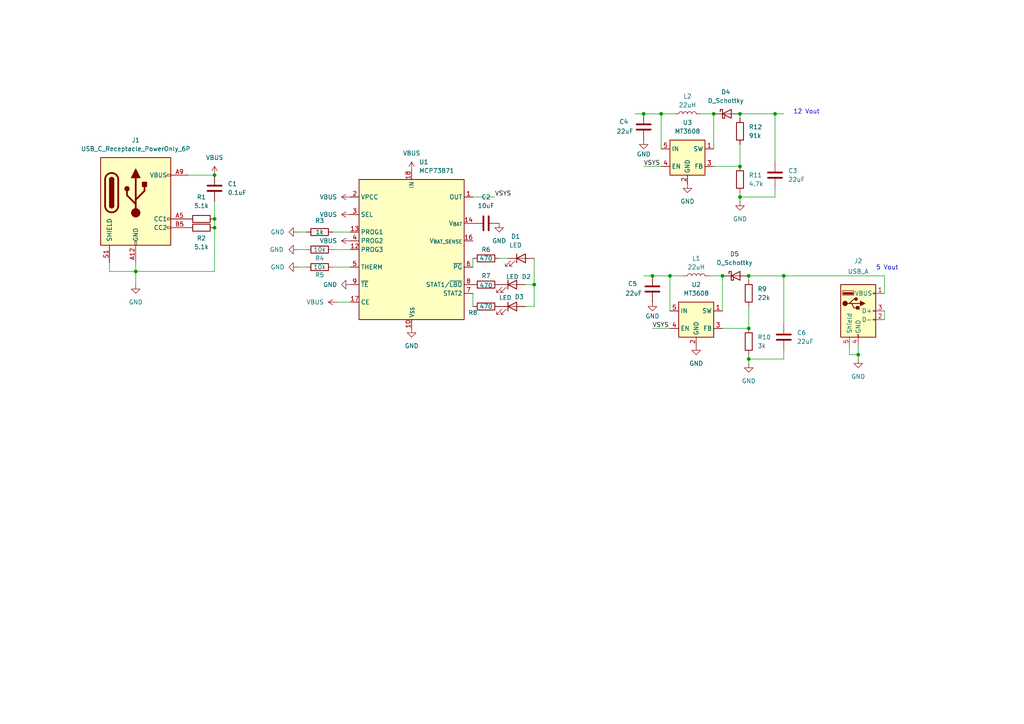
<source format=kicad_sch>
(kicad_sch
	(version 20250114)
	(generator "eeschema")
	(generator_version "9.0")
	(uuid "529bc8a5-ffae-43ac-972d-caccc3afab85")
	(paper "A4")
	(lib_symbols
		(symbol "Battery_Management:MCP73871"
			(exclude_from_sim no)
			(in_bom yes)
			(on_board yes)
			(property "Reference" "U"
				(at -7.62 24.13 0)
				(effects
					(font
						(size 1.27 1.27)
					)
					(justify left)
				)
			)
			(property "Value" "MCP73871"
				(at -15.24 21.59 0)
				(effects
					(font
						(size 1.27 1.27)
					)
					(justify left)
				)
			)
			(property "Footprint" "Package_DFN_QFN:QFN-20-1EP_4x4mm_P0.5mm_EP2.5x2.5mm"
				(at 5.08 -22.86 0)
				(effects
					(font
						(size 1.27 1.27)
						(italic yes)
					)
					(justify left)
					(hide yes)
				)
			)
			(property "Datasheet" "http://www.mouser.com/ds/2/268/22090a-52174.pdf"
				(at -3.81 13.97 0)
				(effects
					(font
						(size 1.27 1.27)
					)
					(hide yes)
				)
			)
			(property "Description" "Single cell, Li-Ion/Li-Po charge management controller"
				(at 0 0 0)
				(effects
					(font
						(size 1.27 1.27)
					)
					(hide yes)
				)
			)
			(property "ki_keywords" "battery charger lithium"
				(at 0 0 0)
				(effects
					(font
						(size 1.27 1.27)
					)
					(hide yes)
				)
			)
			(property "ki_fp_filters" "QFN*4x4mm*P0.5mm*"
				(at 0 0 0)
				(effects
					(font
						(size 1.27 1.27)
					)
					(hide yes)
				)
			)
			(symbol "MCP73871_0_1"
				(rectangle
					(start -15.24 20.32)
					(end 15.24 -20.32)
					(stroke
						(width 0.254)
						(type default)
					)
					(fill
						(type background)
					)
				)
			)
			(symbol "MCP73871_1_1"
				(pin input line
					(at -17.78 15.24 0)
					(length 2.54)
					(name "VPCC"
						(effects
							(font
								(size 1.27 1.27)
							)
						)
					)
					(number "2"
						(effects
							(font
								(size 1.27 1.27)
							)
						)
					)
				)
				(pin input line
					(at -17.78 10.16 0)
					(length 2.54)
					(name "SEL"
						(effects
							(font
								(size 1.27 1.27)
							)
						)
					)
					(number "3"
						(effects
							(font
								(size 1.27 1.27)
							)
						)
					)
				)
				(pin bidirectional line
					(at -17.78 5.08 0)
					(length 2.54)
					(name "PROG1"
						(effects
							(font
								(size 1.27 1.27)
							)
						)
					)
					(number "13"
						(effects
							(font
								(size 1.27 1.27)
							)
						)
					)
				)
				(pin input line
					(at -17.78 2.54 0)
					(length 2.54)
					(name "PROG2"
						(effects
							(font
								(size 1.27 1.27)
							)
						)
					)
					(number "4"
						(effects
							(font
								(size 1.27 1.27)
							)
						)
					)
				)
				(pin bidirectional line
					(at -17.78 0 0)
					(length 2.54)
					(name "PROG3"
						(effects
							(font
								(size 1.27 1.27)
							)
						)
					)
					(number "12"
						(effects
							(font
								(size 1.27 1.27)
							)
						)
					)
				)
				(pin bidirectional line
					(at -17.78 -5.08 0)
					(length 2.54)
					(name "THERM"
						(effects
							(font
								(size 1.27 1.27)
							)
						)
					)
					(number "5"
						(effects
							(font
								(size 1.27 1.27)
							)
						)
					)
				)
				(pin input line
					(at -17.78 -10.16 0)
					(length 2.54)
					(name "~{TE}"
						(effects
							(font
								(size 1.27 1.27)
							)
						)
					)
					(number "9"
						(effects
							(font
								(size 1.27 1.27)
							)
						)
					)
				)
				(pin input line
					(at -17.78 -15.24 0)
					(length 2.54)
					(name "CE"
						(effects
							(font
								(size 1.27 1.27)
							)
						)
					)
					(number "17"
						(effects
							(font
								(size 1.27 1.27)
							)
						)
					)
				)
				(pin power_in line
					(at 0 22.86 270)
					(length 2.54)
					(name "IN"
						(effects
							(font
								(size 1.27 1.27)
							)
						)
					)
					(number "18"
						(effects
							(font
								(size 1.27 1.27)
							)
						)
					)
				)
				(pin passive line
					(at 0 22.86 270)
					(length 2.54)
					(hide yes)
					(name "IN"
						(effects
							(font
								(size 1.27 1.27)
							)
						)
					)
					(number "19"
						(effects
							(font
								(size 1.27 1.27)
							)
						)
					)
				)
				(pin power_in line
					(at 0 -22.86 90)
					(length 2.54)
					(name "V_{SS}"
						(effects
							(font
								(size 1.27 1.27)
							)
						)
					)
					(number "10"
						(effects
							(font
								(size 1.27 1.27)
							)
						)
					)
				)
				(pin passive line
					(at 0 -22.86 90)
					(length 2.54)
					(hide yes)
					(name "V_{SS}"
						(effects
							(font
								(size 1.27 1.27)
							)
						)
					)
					(number "11"
						(effects
							(font
								(size 1.27 1.27)
							)
						)
					)
				)
				(pin passive line
					(at 0 -22.86 90)
					(length 2.54)
					(hide yes)
					(name "V_{SS}"
						(effects
							(font
								(size 1.27 1.27)
							)
						)
					)
					(number "21"
						(effects
							(font
								(size 1.27 1.27)
							)
						)
					)
				)
				(pin power_out line
					(at 17.78 15.24 180)
					(length 2.54)
					(name "OUT"
						(effects
							(font
								(size 1.27 1.27)
							)
						)
					)
					(number "1"
						(effects
							(font
								(size 1.27 1.27)
							)
						)
					)
				)
				(pin passive line
					(at 17.78 15.24 180)
					(length 2.54)
					(hide yes)
					(name "OUT"
						(effects
							(font
								(size 1.27 1.27)
							)
						)
					)
					(number "20"
						(effects
							(font
								(size 1.27 1.27)
							)
						)
					)
				)
				(pin power_out line
					(at 17.78 7.62 180)
					(length 2.54)
					(name "V_{BAT}"
						(effects
							(font
								(size 1.27 1.27)
							)
						)
					)
					(number "14"
						(effects
							(font
								(size 1.27 1.27)
							)
						)
					)
				)
				(pin passive line
					(at 17.78 7.62 180)
					(length 2.54)
					(hide yes)
					(name "V_{BAT}"
						(effects
							(font
								(size 1.27 1.27)
							)
						)
					)
					(number "15"
						(effects
							(font
								(size 1.27 1.27)
							)
						)
					)
				)
				(pin input line
					(at 17.78 2.54 180)
					(length 2.54)
					(name "V_{BAT_SENSE}"
						(effects
							(font
								(size 1.27 1.27)
							)
						)
					)
					(number "16"
						(effects
							(font
								(size 1.27 1.27)
							)
						)
					)
				)
				(pin open_collector line
					(at 17.78 -5.08 180)
					(length 2.54)
					(name "~{PG}"
						(effects
							(font
								(size 1.27 1.27)
							)
						)
					)
					(number "6"
						(effects
							(font
								(size 1.27 1.27)
							)
						)
					)
				)
				(pin open_collector line
					(at 17.78 -10.16 180)
					(length 2.54)
					(name "STAT1/~{LBO}"
						(effects
							(font
								(size 1.27 1.27)
							)
						)
					)
					(number "8"
						(effects
							(font
								(size 1.27 1.27)
							)
						)
					)
				)
				(pin open_collector line
					(at 17.78 -12.7 180)
					(length 2.54)
					(name "STAT2"
						(effects
							(font
								(size 1.27 1.27)
							)
						)
					)
					(number "7"
						(effects
							(font
								(size 1.27 1.27)
							)
						)
					)
				)
			)
			(embedded_fonts no)
		)
		(symbol "Connector:USB_A"
			(pin_names
				(offset 1.016)
			)
			(exclude_from_sim no)
			(in_bom yes)
			(on_board yes)
			(property "Reference" "J"
				(at -5.08 11.43 0)
				(effects
					(font
						(size 1.27 1.27)
					)
					(justify left)
				)
			)
			(property "Value" "USB_A"
				(at -5.08 8.89 0)
				(effects
					(font
						(size 1.27 1.27)
					)
					(justify left)
				)
			)
			(property "Footprint" ""
				(at 3.81 -1.27 0)
				(effects
					(font
						(size 1.27 1.27)
					)
					(hide yes)
				)
			)
			(property "Datasheet" "~"
				(at 3.81 -1.27 0)
				(effects
					(font
						(size 1.27 1.27)
					)
					(hide yes)
				)
			)
			(property "Description" "USB Type A connector"
				(at 0 0 0)
				(effects
					(font
						(size 1.27 1.27)
					)
					(hide yes)
				)
			)
			(property "ki_keywords" "connector USB"
				(at 0 0 0)
				(effects
					(font
						(size 1.27 1.27)
					)
					(hide yes)
				)
			)
			(property "ki_fp_filters" "USB*"
				(at 0 0 0)
				(effects
					(font
						(size 1.27 1.27)
					)
					(hide yes)
				)
			)
			(symbol "USB_A_0_1"
				(rectangle
					(start -5.08 -7.62)
					(end 5.08 7.62)
					(stroke
						(width 0.254)
						(type default)
					)
					(fill
						(type background)
					)
				)
				(circle
					(center -3.81 2.159)
					(radius 0.635)
					(stroke
						(width 0.254)
						(type default)
					)
					(fill
						(type outline)
					)
				)
				(polyline
					(pts
						(xy -3.175 2.159) (xy -2.54 2.159) (xy -1.27 3.429) (xy -0.635 3.429)
					)
					(stroke
						(width 0.254)
						(type default)
					)
					(fill
						(type none)
					)
				)
				(polyline
					(pts
						(xy -2.54 2.159) (xy -1.905 2.159) (xy -1.27 0.889) (xy 0 0.889)
					)
					(stroke
						(width 0.254)
						(type default)
					)
					(fill
						(type none)
					)
				)
				(rectangle
					(start -1.524 4.826)
					(end -4.318 5.334)
					(stroke
						(width 0)
						(type default)
					)
					(fill
						(type outline)
					)
				)
				(rectangle
					(start -1.27 4.572)
					(end -4.572 5.842)
					(stroke
						(width 0)
						(type default)
					)
					(fill
						(type none)
					)
				)
				(circle
					(center -0.635 3.429)
					(radius 0.381)
					(stroke
						(width 0.254)
						(type default)
					)
					(fill
						(type outline)
					)
				)
				(rectangle
					(start -0.127 -7.62)
					(end 0.127 -6.858)
					(stroke
						(width 0)
						(type default)
					)
					(fill
						(type none)
					)
				)
				(rectangle
					(start 0.254 1.27)
					(end -0.508 0.508)
					(stroke
						(width 0.254)
						(type default)
					)
					(fill
						(type outline)
					)
				)
				(polyline
					(pts
						(xy 0.635 2.794) (xy 0.635 1.524) (xy 1.905 2.159) (xy 0.635 2.794)
					)
					(stroke
						(width 0.254)
						(type default)
					)
					(fill
						(type outline)
					)
				)
				(rectangle
					(start 5.08 4.953)
					(end 4.318 5.207)
					(stroke
						(width 0)
						(type default)
					)
					(fill
						(type none)
					)
				)
				(rectangle
					(start 5.08 -0.127)
					(end 4.318 0.127)
					(stroke
						(width 0)
						(type default)
					)
					(fill
						(type none)
					)
				)
				(rectangle
					(start 5.08 -2.667)
					(end 4.318 -2.413)
					(stroke
						(width 0)
						(type default)
					)
					(fill
						(type none)
					)
				)
			)
			(symbol "USB_A_1_1"
				(polyline
					(pts
						(xy -1.905 2.159) (xy 0.635 2.159)
					)
					(stroke
						(width 0.254)
						(type default)
					)
					(fill
						(type none)
					)
				)
				(pin passive line
					(at -2.54 -10.16 90)
					(length 2.54)
					(name "Shield"
						(effects
							(font
								(size 1.27 1.27)
							)
						)
					)
					(number "5"
						(effects
							(font
								(size 1.27 1.27)
							)
						)
					)
				)
				(pin power_in line
					(at 0 -10.16 90)
					(length 2.54)
					(name "GND"
						(effects
							(font
								(size 1.27 1.27)
							)
						)
					)
					(number "4"
						(effects
							(font
								(size 1.27 1.27)
							)
						)
					)
				)
				(pin power_in line
					(at 7.62 5.08 180)
					(length 2.54)
					(name "VBUS"
						(effects
							(font
								(size 1.27 1.27)
							)
						)
					)
					(number "1"
						(effects
							(font
								(size 1.27 1.27)
							)
						)
					)
				)
				(pin bidirectional line
					(at 7.62 0 180)
					(length 2.54)
					(name "D+"
						(effects
							(font
								(size 1.27 1.27)
							)
						)
					)
					(number "3"
						(effects
							(font
								(size 1.27 1.27)
							)
						)
					)
				)
				(pin bidirectional line
					(at 7.62 -2.54 180)
					(length 2.54)
					(name "D-"
						(effects
							(font
								(size 1.27 1.27)
							)
						)
					)
					(number "2"
						(effects
							(font
								(size 1.27 1.27)
							)
						)
					)
				)
			)
			(embedded_fonts no)
		)
		(symbol "Connector:USB_C_Receptacle_PowerOnly_6P"
			(pin_names
				(offset 1.016)
			)
			(exclude_from_sim no)
			(in_bom yes)
			(on_board yes)
			(property "Reference" "J"
				(at 0 16.51 0)
				(effects
					(font
						(size 1.27 1.27)
					)
					(justify bottom)
				)
			)
			(property "Value" "USB_C_Receptacle_PowerOnly_6P"
				(at 0 13.97 0)
				(effects
					(font
						(size 1.27 1.27)
					)
					(justify bottom)
				)
			)
			(property "Footprint" ""
				(at 3.81 2.54 0)
				(effects
					(font
						(size 1.27 1.27)
					)
					(hide yes)
				)
			)
			(property "Datasheet" "https://www.usb.org/sites/default/files/documents/usb_type-c.zip"
				(at 0 0 0)
				(effects
					(font
						(size 1.27 1.27)
					)
					(hide yes)
				)
			)
			(property "Description" "USB Power-Only 6P Type-C Receptacle connector"
				(at 0 0 0)
				(effects
					(font
						(size 1.27 1.27)
					)
					(hide yes)
				)
			)
			(property "ki_keywords" "usb universal serial bus type-C power-only charging-only 6P 6C"
				(at 0 0 0)
				(effects
					(font
						(size 1.27 1.27)
					)
					(hide yes)
				)
			)
			(property "ki_fp_filters" "USB*C*Receptacle*"
				(at 0 0 0)
				(effects
					(font
						(size 1.27 1.27)
					)
					(hide yes)
				)
			)
			(symbol "USB_C_Receptacle_PowerOnly_6P_0_0"
				(rectangle
					(start -0.254 -12.7)
					(end 0.254 -11.684)
					(stroke
						(width 0)
						(type default)
					)
					(fill
						(type none)
					)
				)
				(rectangle
					(start 10.16 7.874)
					(end 9.144 7.366)
					(stroke
						(width 0)
						(type default)
					)
					(fill
						(type none)
					)
				)
				(rectangle
					(start 10.16 -4.826)
					(end 9.144 -5.334)
					(stroke
						(width 0)
						(type default)
					)
					(fill
						(type none)
					)
				)
				(rectangle
					(start 10.16 -7.366)
					(end 9.144 -7.874)
					(stroke
						(width 0)
						(type default)
					)
					(fill
						(type none)
					)
				)
			)
			(symbol "USB_C_Receptacle_PowerOnly_6P_0_1"
				(rectangle
					(start -10.16 12.7)
					(end 10.16 -12.7)
					(stroke
						(width 0.254)
						(type default)
					)
					(fill
						(type background)
					)
				)
				(polyline
					(pts
						(xy -8.89 -1.27) (xy -8.89 6.35)
					)
					(stroke
						(width 0.508)
						(type default)
					)
					(fill
						(type none)
					)
				)
				(rectangle
					(start -7.62 -1.27)
					(end -6.35 6.35)
					(stroke
						(width 0.254)
						(type default)
					)
					(fill
						(type outline)
					)
				)
				(arc
					(start -7.62 6.35)
					(mid -6.985 6.9823)
					(end -6.35 6.35)
					(stroke
						(width 0.254)
						(type default)
					)
					(fill
						(type none)
					)
				)
				(arc
					(start -7.62 6.35)
					(mid -6.985 6.9823)
					(end -6.35 6.35)
					(stroke
						(width 0.254)
						(type default)
					)
					(fill
						(type outline)
					)
				)
				(arc
					(start -8.89 6.35)
					(mid -6.985 8.2467)
					(end -5.08 6.35)
					(stroke
						(width 0.508)
						(type default)
					)
					(fill
						(type none)
					)
				)
				(arc
					(start -5.08 -1.27)
					(mid -6.985 -3.1667)
					(end -8.89 -1.27)
					(stroke
						(width 0.508)
						(type default)
					)
					(fill
						(type none)
					)
				)
				(arc
					(start -6.35 -1.27)
					(mid -6.985 -1.9023)
					(end -7.62 -1.27)
					(stroke
						(width 0.254)
						(type default)
					)
					(fill
						(type none)
					)
				)
				(arc
					(start -6.35 -1.27)
					(mid -6.985 -1.9023)
					(end -7.62 -1.27)
					(stroke
						(width 0.254)
						(type default)
					)
					(fill
						(type outline)
					)
				)
				(polyline
					(pts
						(xy -5.08 6.35) (xy -5.08 -1.27)
					)
					(stroke
						(width 0.508)
						(type default)
					)
					(fill
						(type none)
					)
				)
				(circle
					(center -2.54 3.683)
					(radius 0.635)
					(stroke
						(width 0.254)
						(type default)
					)
					(fill
						(type outline)
					)
				)
				(polyline
					(pts
						(xy -1.27 6.858) (xy 0 9.398) (xy 1.27 6.858) (xy -1.27 6.858)
					)
					(stroke
						(width 0.254)
						(type default)
					)
					(fill
						(type outline)
					)
				)
				(polyline
					(pts
						(xy 0 0.508) (xy 2.54 3.048) (xy 2.54 4.318)
					)
					(stroke
						(width 0.508)
						(type default)
					)
					(fill
						(type none)
					)
				)
				(polyline
					(pts
						(xy 0 -0.762) (xy -2.54 1.778) (xy -2.54 3.048)
					)
					(stroke
						(width 0.508)
						(type default)
					)
					(fill
						(type none)
					)
				)
				(polyline
					(pts
						(xy 0 -3.302) (xy 0 6.858)
					)
					(stroke
						(width 0.508)
						(type default)
					)
					(fill
						(type none)
					)
				)
				(circle
					(center 0 -3.302)
					(radius 1.27)
					(stroke
						(width 0)
						(type default)
					)
					(fill
						(type outline)
					)
				)
				(rectangle
					(start 1.905 4.318)
					(end 3.175 5.588)
					(stroke
						(width 0.254)
						(type default)
					)
					(fill
						(type outline)
					)
				)
			)
			(symbol "USB_C_Receptacle_PowerOnly_6P_1_1"
				(pin passive line
					(at -7.62 -17.78 90)
					(length 5.08)
					(name "SHIELD"
						(effects
							(font
								(size 1.27 1.27)
							)
						)
					)
					(number "S1"
						(effects
							(font
								(size 1.27 1.27)
							)
						)
					)
				)
				(pin passive line
					(at 0 -17.78 90)
					(length 5.08)
					(name "GND"
						(effects
							(font
								(size 1.27 1.27)
							)
						)
					)
					(number "A12"
						(effects
							(font
								(size 1.27 1.27)
							)
						)
					)
				)
				(pin passive line
					(at 0 -17.78 90)
					(length 5.08)
					(hide yes)
					(name "GND"
						(effects
							(font
								(size 1.27 1.27)
							)
						)
					)
					(number "B12"
						(effects
							(font
								(size 1.27 1.27)
							)
						)
					)
				)
				(pin passive line
					(at 15.24 7.62 180)
					(length 5.08)
					(name "VBUS"
						(effects
							(font
								(size 1.27 1.27)
							)
						)
					)
					(number "A9"
						(effects
							(font
								(size 1.27 1.27)
							)
						)
					)
				)
				(pin passive line
					(at 15.24 7.62 180)
					(length 5.08)
					(hide yes)
					(name "VBUS"
						(effects
							(font
								(size 1.27 1.27)
							)
						)
					)
					(number "B9"
						(effects
							(font
								(size 1.27 1.27)
							)
						)
					)
				)
				(pin bidirectional line
					(at 15.24 -5.08 180)
					(length 5.08)
					(name "CC1"
						(effects
							(font
								(size 1.27 1.27)
							)
						)
					)
					(number "A5"
						(effects
							(font
								(size 1.27 1.27)
							)
						)
					)
				)
				(pin bidirectional line
					(at 15.24 -7.62 180)
					(length 5.08)
					(name "CC2"
						(effects
							(font
								(size 1.27 1.27)
							)
						)
					)
					(number "B5"
						(effects
							(font
								(size 1.27 1.27)
							)
						)
					)
				)
			)
			(embedded_fonts no)
		)
		(symbol "Device:C"
			(pin_numbers
				(hide yes)
			)
			(pin_names
				(offset 0.254)
			)
			(exclude_from_sim no)
			(in_bom yes)
			(on_board yes)
			(property "Reference" "C"
				(at 0.635 2.54 0)
				(effects
					(font
						(size 1.27 1.27)
					)
					(justify left)
				)
			)
			(property "Value" "C"
				(at 0.635 -2.54 0)
				(effects
					(font
						(size 1.27 1.27)
					)
					(justify left)
				)
			)
			(property "Footprint" ""
				(at 0.9652 -3.81 0)
				(effects
					(font
						(size 1.27 1.27)
					)
					(hide yes)
				)
			)
			(property "Datasheet" "~"
				(at 0 0 0)
				(effects
					(font
						(size 1.27 1.27)
					)
					(hide yes)
				)
			)
			(property "Description" "Unpolarized capacitor"
				(at 0 0 0)
				(effects
					(font
						(size 1.27 1.27)
					)
					(hide yes)
				)
			)
			(property "ki_keywords" "cap capacitor"
				(at 0 0 0)
				(effects
					(font
						(size 1.27 1.27)
					)
					(hide yes)
				)
			)
			(property "ki_fp_filters" "C_*"
				(at 0 0 0)
				(effects
					(font
						(size 1.27 1.27)
					)
					(hide yes)
				)
			)
			(symbol "C_0_1"
				(polyline
					(pts
						(xy -2.032 0.762) (xy 2.032 0.762)
					)
					(stroke
						(width 0.508)
						(type default)
					)
					(fill
						(type none)
					)
				)
				(polyline
					(pts
						(xy -2.032 -0.762) (xy 2.032 -0.762)
					)
					(stroke
						(width 0.508)
						(type default)
					)
					(fill
						(type none)
					)
				)
			)
			(symbol "C_1_1"
				(pin passive line
					(at 0 3.81 270)
					(length 2.794)
					(name "~"
						(effects
							(font
								(size 1.27 1.27)
							)
						)
					)
					(number "1"
						(effects
							(font
								(size 1.27 1.27)
							)
						)
					)
				)
				(pin passive line
					(at 0 -3.81 90)
					(length 2.794)
					(name "~"
						(effects
							(font
								(size 1.27 1.27)
							)
						)
					)
					(number "2"
						(effects
							(font
								(size 1.27 1.27)
							)
						)
					)
				)
			)
			(embedded_fonts no)
		)
		(symbol "Device:D_Schottky"
			(pin_numbers
				(hide yes)
			)
			(pin_names
				(offset 1.016)
				(hide yes)
			)
			(exclude_from_sim no)
			(in_bom yes)
			(on_board yes)
			(property "Reference" "D"
				(at 0 2.54 0)
				(effects
					(font
						(size 1.27 1.27)
					)
				)
			)
			(property "Value" "D_Schottky"
				(at 0 -2.54 0)
				(effects
					(font
						(size 1.27 1.27)
					)
				)
			)
			(property "Footprint" ""
				(at 0 0 0)
				(effects
					(font
						(size 1.27 1.27)
					)
					(hide yes)
				)
			)
			(property "Datasheet" "~"
				(at 0 0 0)
				(effects
					(font
						(size 1.27 1.27)
					)
					(hide yes)
				)
			)
			(property "Description" "Schottky diode"
				(at 0 0 0)
				(effects
					(font
						(size 1.27 1.27)
					)
					(hide yes)
				)
			)
			(property "ki_keywords" "diode Schottky"
				(at 0 0 0)
				(effects
					(font
						(size 1.27 1.27)
					)
					(hide yes)
				)
			)
			(property "ki_fp_filters" "TO-???* *_Diode_* *SingleDiode* D_*"
				(at 0 0 0)
				(effects
					(font
						(size 1.27 1.27)
					)
					(hide yes)
				)
			)
			(symbol "D_Schottky_0_1"
				(polyline
					(pts
						(xy -1.905 0.635) (xy -1.905 1.27) (xy -1.27 1.27) (xy -1.27 -1.27) (xy -0.635 -1.27) (xy -0.635 -0.635)
					)
					(stroke
						(width 0.254)
						(type default)
					)
					(fill
						(type none)
					)
				)
				(polyline
					(pts
						(xy 1.27 1.27) (xy 1.27 -1.27) (xy -1.27 0) (xy 1.27 1.27)
					)
					(stroke
						(width 0.254)
						(type default)
					)
					(fill
						(type none)
					)
				)
				(polyline
					(pts
						(xy 1.27 0) (xy -1.27 0)
					)
					(stroke
						(width 0)
						(type default)
					)
					(fill
						(type none)
					)
				)
			)
			(symbol "D_Schottky_1_1"
				(pin passive line
					(at -3.81 0 0)
					(length 2.54)
					(name "K"
						(effects
							(font
								(size 1.27 1.27)
							)
						)
					)
					(number "1"
						(effects
							(font
								(size 1.27 1.27)
							)
						)
					)
				)
				(pin passive line
					(at 3.81 0 180)
					(length 2.54)
					(name "A"
						(effects
							(font
								(size 1.27 1.27)
							)
						)
					)
					(number "2"
						(effects
							(font
								(size 1.27 1.27)
							)
						)
					)
				)
			)
			(embedded_fonts no)
		)
		(symbol "Device:L"
			(pin_numbers
				(hide yes)
			)
			(pin_names
				(offset 1.016)
				(hide yes)
			)
			(exclude_from_sim no)
			(in_bom yes)
			(on_board yes)
			(property "Reference" "L"
				(at -1.27 0 90)
				(effects
					(font
						(size 1.27 1.27)
					)
				)
			)
			(property "Value" "L"
				(at 1.905 0 90)
				(effects
					(font
						(size 1.27 1.27)
					)
				)
			)
			(property "Footprint" ""
				(at 0 0 0)
				(effects
					(font
						(size 1.27 1.27)
					)
					(hide yes)
				)
			)
			(property "Datasheet" "~"
				(at 0 0 0)
				(effects
					(font
						(size 1.27 1.27)
					)
					(hide yes)
				)
			)
			(property "Description" "Inductor"
				(at 0 0 0)
				(effects
					(font
						(size 1.27 1.27)
					)
					(hide yes)
				)
			)
			(property "ki_keywords" "inductor choke coil reactor magnetic"
				(at 0 0 0)
				(effects
					(font
						(size 1.27 1.27)
					)
					(hide yes)
				)
			)
			(property "ki_fp_filters" "Choke_* *Coil* Inductor_* L_*"
				(at 0 0 0)
				(effects
					(font
						(size 1.27 1.27)
					)
					(hide yes)
				)
			)
			(symbol "L_0_1"
				(arc
					(start 0 2.54)
					(mid 0.6323 1.905)
					(end 0 1.27)
					(stroke
						(width 0)
						(type default)
					)
					(fill
						(type none)
					)
				)
				(arc
					(start 0 1.27)
					(mid 0.6323 0.635)
					(end 0 0)
					(stroke
						(width 0)
						(type default)
					)
					(fill
						(type none)
					)
				)
				(arc
					(start 0 0)
					(mid 0.6323 -0.635)
					(end 0 -1.27)
					(stroke
						(width 0)
						(type default)
					)
					(fill
						(type none)
					)
				)
				(arc
					(start 0 -1.27)
					(mid 0.6323 -1.905)
					(end 0 -2.54)
					(stroke
						(width 0)
						(type default)
					)
					(fill
						(type none)
					)
				)
			)
			(symbol "L_1_1"
				(pin passive line
					(at 0 3.81 270)
					(length 1.27)
					(name "1"
						(effects
							(font
								(size 1.27 1.27)
							)
						)
					)
					(number "1"
						(effects
							(font
								(size 1.27 1.27)
							)
						)
					)
				)
				(pin passive line
					(at 0 -3.81 90)
					(length 1.27)
					(name "2"
						(effects
							(font
								(size 1.27 1.27)
							)
						)
					)
					(number "2"
						(effects
							(font
								(size 1.27 1.27)
							)
						)
					)
				)
			)
			(embedded_fonts no)
		)
		(symbol "Device:LED"
			(pin_numbers
				(hide yes)
			)
			(pin_names
				(offset 1.016)
				(hide yes)
			)
			(exclude_from_sim no)
			(in_bom yes)
			(on_board yes)
			(property "Reference" "D"
				(at 0 2.54 0)
				(effects
					(font
						(size 1.27 1.27)
					)
				)
			)
			(property "Value" "LED"
				(at 0 -2.54 0)
				(effects
					(font
						(size 1.27 1.27)
					)
				)
			)
			(property "Footprint" ""
				(at 0 0 0)
				(effects
					(font
						(size 1.27 1.27)
					)
					(hide yes)
				)
			)
			(property "Datasheet" "~"
				(at 0 0 0)
				(effects
					(font
						(size 1.27 1.27)
					)
					(hide yes)
				)
			)
			(property "Description" "Light emitting diode"
				(at 0 0 0)
				(effects
					(font
						(size 1.27 1.27)
					)
					(hide yes)
				)
			)
			(property "Sim.Pins" "1=K 2=A"
				(at 0 0 0)
				(effects
					(font
						(size 1.27 1.27)
					)
					(hide yes)
				)
			)
			(property "ki_keywords" "LED diode"
				(at 0 0 0)
				(effects
					(font
						(size 1.27 1.27)
					)
					(hide yes)
				)
			)
			(property "ki_fp_filters" "LED* LED_SMD:* LED_THT:*"
				(at 0 0 0)
				(effects
					(font
						(size 1.27 1.27)
					)
					(hide yes)
				)
			)
			(symbol "LED_0_1"
				(polyline
					(pts
						(xy -3.048 -0.762) (xy -4.572 -2.286) (xy -3.81 -2.286) (xy -4.572 -2.286) (xy -4.572 -1.524)
					)
					(stroke
						(width 0)
						(type default)
					)
					(fill
						(type none)
					)
				)
				(polyline
					(pts
						(xy -1.778 -0.762) (xy -3.302 -2.286) (xy -2.54 -2.286) (xy -3.302 -2.286) (xy -3.302 -1.524)
					)
					(stroke
						(width 0)
						(type default)
					)
					(fill
						(type none)
					)
				)
				(polyline
					(pts
						(xy -1.27 0) (xy 1.27 0)
					)
					(stroke
						(width 0)
						(type default)
					)
					(fill
						(type none)
					)
				)
				(polyline
					(pts
						(xy -1.27 -1.27) (xy -1.27 1.27)
					)
					(stroke
						(width 0.254)
						(type default)
					)
					(fill
						(type none)
					)
				)
				(polyline
					(pts
						(xy 1.27 -1.27) (xy 1.27 1.27) (xy -1.27 0) (xy 1.27 -1.27)
					)
					(stroke
						(width 0.254)
						(type default)
					)
					(fill
						(type none)
					)
				)
			)
			(symbol "LED_1_1"
				(pin passive line
					(at -3.81 0 0)
					(length 2.54)
					(name "K"
						(effects
							(font
								(size 1.27 1.27)
							)
						)
					)
					(number "1"
						(effects
							(font
								(size 1.27 1.27)
							)
						)
					)
				)
				(pin passive line
					(at 3.81 0 180)
					(length 2.54)
					(name "A"
						(effects
							(font
								(size 1.27 1.27)
							)
						)
					)
					(number "2"
						(effects
							(font
								(size 1.27 1.27)
							)
						)
					)
				)
			)
			(embedded_fonts no)
		)
		(symbol "Device:R"
			(pin_numbers
				(hide yes)
			)
			(pin_names
				(offset 0)
			)
			(exclude_from_sim no)
			(in_bom yes)
			(on_board yes)
			(property "Reference" "R"
				(at 2.032 0 90)
				(effects
					(font
						(size 1.27 1.27)
					)
				)
			)
			(property "Value" "R"
				(at 0 0 90)
				(effects
					(font
						(size 1.27 1.27)
					)
				)
			)
			(property "Footprint" ""
				(at -1.778 0 90)
				(effects
					(font
						(size 1.27 1.27)
					)
					(hide yes)
				)
			)
			(property "Datasheet" "~"
				(at 0 0 0)
				(effects
					(font
						(size 1.27 1.27)
					)
					(hide yes)
				)
			)
			(property "Description" "Resistor"
				(at 0 0 0)
				(effects
					(font
						(size 1.27 1.27)
					)
					(hide yes)
				)
			)
			(property "ki_keywords" "R res resistor"
				(at 0 0 0)
				(effects
					(font
						(size 1.27 1.27)
					)
					(hide yes)
				)
			)
			(property "ki_fp_filters" "R_*"
				(at 0 0 0)
				(effects
					(font
						(size 1.27 1.27)
					)
					(hide yes)
				)
			)
			(symbol "R_0_1"
				(rectangle
					(start -1.016 -2.54)
					(end 1.016 2.54)
					(stroke
						(width 0.254)
						(type default)
					)
					(fill
						(type none)
					)
				)
			)
			(symbol "R_1_1"
				(pin passive line
					(at 0 3.81 270)
					(length 1.27)
					(name "~"
						(effects
							(font
								(size 1.27 1.27)
							)
						)
					)
					(number "1"
						(effects
							(font
								(size 1.27 1.27)
							)
						)
					)
				)
				(pin passive line
					(at 0 -3.81 90)
					(length 1.27)
					(name "~"
						(effects
							(font
								(size 1.27 1.27)
							)
						)
					)
					(number "2"
						(effects
							(font
								(size 1.27 1.27)
							)
						)
					)
				)
			)
			(embedded_fonts no)
		)
		(symbol "Regulator_Switching:MT3608"
			(exclude_from_sim no)
			(in_bom yes)
			(on_board yes)
			(property "Reference" "U"
				(at -2.54 8.89 0)
				(effects
					(font
						(size 1.27 1.27)
					)
					(justify left)
				)
			)
			(property "Value" "MT3608"
				(at -3.81 6.35 0)
				(effects
					(font
						(size 1.27 1.27)
					)
					(justify left)
				)
			)
			(property "Footprint" "Package_TO_SOT_SMD:SOT-23-6"
				(at 1.27 -6.35 0)
				(effects
					(font
						(size 1.27 1.27)
						(italic yes)
					)
					(justify left)
					(hide yes)
				)
			)
			(property "Datasheet" "https://www.olimex.com/Products/Breadboarding/BB-PWR-3608/resources/MT3608.pdf"
				(at -6.35 11.43 0)
				(effects
					(font
						(size 1.27 1.27)
					)
					(hide yes)
				)
			)
			(property "Description" "High Efficiency 1.2MHz 2A Step Up Converter, 2-24V Vin, 28V Vout, 4A current limit, 1.2MHz, SOT23-6"
				(at 0 0 0)
				(effects
					(font
						(size 1.27 1.27)
					)
					(hide yes)
				)
			)
			(property "ki_keywords" "Step-Up Boost DC-DC Regulator Adjustable"
				(at 0 0 0)
				(effects
					(font
						(size 1.27 1.27)
					)
					(hide yes)
				)
			)
			(property "ki_fp_filters" "SOT*23*"
				(at 0 0 0)
				(effects
					(font
						(size 1.27 1.27)
					)
					(hide yes)
				)
			)
			(symbol "MT3608_0_1"
				(rectangle
					(start -5.08 5.08)
					(end 5.08 -5.08)
					(stroke
						(width 0.254)
						(type default)
					)
					(fill
						(type background)
					)
				)
			)
			(symbol "MT3608_1_1"
				(pin power_in line
					(at -7.62 2.54 0)
					(length 2.54)
					(name "IN"
						(effects
							(font
								(size 1.27 1.27)
							)
						)
					)
					(number "5"
						(effects
							(font
								(size 1.27 1.27)
							)
						)
					)
				)
				(pin input line
					(at -7.62 -2.54 0)
					(length 2.54)
					(name "EN"
						(effects
							(font
								(size 1.27 1.27)
							)
						)
					)
					(number "4"
						(effects
							(font
								(size 1.27 1.27)
							)
						)
					)
				)
				(pin power_in line
					(at 0 -7.62 90)
					(length 2.54)
					(name "GND"
						(effects
							(font
								(size 1.27 1.27)
							)
						)
					)
					(number "2"
						(effects
							(font
								(size 1.27 1.27)
							)
						)
					)
				)
				(pin no_connect line
					(at 5.08 0 180)
					(length 2.54)
					(hide yes)
					(name "NC"
						(effects
							(font
								(size 1.27 1.27)
							)
						)
					)
					(number "6"
						(effects
							(font
								(size 1.27 1.27)
							)
						)
					)
				)
				(pin passive line
					(at 7.62 2.54 180)
					(length 2.54)
					(name "SW"
						(effects
							(font
								(size 1.27 1.27)
							)
						)
					)
					(number "1"
						(effects
							(font
								(size 1.27 1.27)
							)
						)
					)
				)
				(pin input line
					(at 7.62 -2.54 180)
					(length 2.54)
					(name "FB"
						(effects
							(font
								(size 1.27 1.27)
							)
						)
					)
					(number "3"
						(effects
							(font
								(size 1.27 1.27)
							)
						)
					)
				)
			)
			(embedded_fonts no)
		)
		(symbol "power:GND"
			(power)
			(pin_numbers
				(hide yes)
			)
			(pin_names
				(offset 0)
				(hide yes)
			)
			(exclude_from_sim no)
			(in_bom yes)
			(on_board yes)
			(property "Reference" "#PWR"
				(at 0 -6.35 0)
				(effects
					(font
						(size 1.27 1.27)
					)
					(hide yes)
				)
			)
			(property "Value" "GND"
				(at 0 -3.81 0)
				(effects
					(font
						(size 1.27 1.27)
					)
				)
			)
			(property "Footprint" ""
				(at 0 0 0)
				(effects
					(font
						(size 1.27 1.27)
					)
					(hide yes)
				)
			)
			(property "Datasheet" ""
				(at 0 0 0)
				(effects
					(font
						(size 1.27 1.27)
					)
					(hide yes)
				)
			)
			(property "Description" "Power symbol creates a global label with name \"GND\" , ground"
				(at 0 0 0)
				(effects
					(font
						(size 1.27 1.27)
					)
					(hide yes)
				)
			)
			(property "ki_keywords" "global power"
				(at 0 0 0)
				(effects
					(font
						(size 1.27 1.27)
					)
					(hide yes)
				)
			)
			(symbol "GND_0_1"
				(polyline
					(pts
						(xy 0 0) (xy 0 -1.27) (xy 1.27 -1.27) (xy 0 -2.54) (xy -1.27 -1.27) (xy 0 -1.27)
					)
					(stroke
						(width 0)
						(type default)
					)
					(fill
						(type none)
					)
				)
			)
			(symbol "GND_1_1"
				(pin power_in line
					(at 0 0 270)
					(length 0)
					(name "~"
						(effects
							(font
								(size 1.27 1.27)
							)
						)
					)
					(number "1"
						(effects
							(font
								(size 1.27 1.27)
							)
						)
					)
				)
			)
			(embedded_fonts no)
		)
		(symbol "power:VBUS"
			(power)
			(pin_numbers
				(hide yes)
			)
			(pin_names
				(offset 0)
				(hide yes)
			)
			(exclude_from_sim no)
			(in_bom yes)
			(on_board yes)
			(property "Reference" "#PWR"
				(at 0 -3.81 0)
				(effects
					(font
						(size 1.27 1.27)
					)
					(hide yes)
				)
			)
			(property "Value" "VBUS"
				(at 0 3.556 0)
				(effects
					(font
						(size 1.27 1.27)
					)
				)
			)
			(property "Footprint" ""
				(at 0 0 0)
				(effects
					(font
						(size 1.27 1.27)
					)
					(hide yes)
				)
			)
			(property "Datasheet" ""
				(at 0 0 0)
				(effects
					(font
						(size 1.27 1.27)
					)
					(hide yes)
				)
			)
			(property "Description" "Power symbol creates a global label with name \"VBUS\""
				(at 0 0 0)
				(effects
					(font
						(size 1.27 1.27)
					)
					(hide yes)
				)
			)
			(property "ki_keywords" "global power"
				(at 0 0 0)
				(effects
					(font
						(size 1.27 1.27)
					)
					(hide yes)
				)
			)
			(symbol "VBUS_0_1"
				(polyline
					(pts
						(xy -0.762 1.27) (xy 0 2.54)
					)
					(stroke
						(width 0)
						(type default)
					)
					(fill
						(type none)
					)
				)
				(polyline
					(pts
						(xy 0 2.54) (xy 0.762 1.27)
					)
					(stroke
						(width 0)
						(type default)
					)
					(fill
						(type none)
					)
				)
				(polyline
					(pts
						(xy 0 0) (xy 0 2.54)
					)
					(stroke
						(width 0)
						(type default)
					)
					(fill
						(type none)
					)
				)
			)
			(symbol "VBUS_1_1"
				(pin power_in line
					(at 0 0 90)
					(length 0)
					(name "~"
						(effects
							(font
								(size 1.27 1.27)
							)
						)
					)
					(number "1"
						(effects
							(font
								(size 1.27 1.27)
							)
						)
					)
				)
			)
			(embedded_fonts no)
		)
	)
	(text "12 Vout\n"
		(exclude_from_sim no)
		(at 233.934 32.512 0)
		(effects
			(font
				(size 1.27 1.27)
			)
		)
		(uuid "6c1a37b0-d6ba-4590-b147-f2195f0d1741")
	)
	(text "5 Vout"
		(exclude_from_sim no)
		(at 257.302 77.724 0)
		(effects
			(font
				(size 1.27 1.27)
			)
		)
		(uuid "c25701aa-774b-44f1-abd4-302aa595772e")
	)
	(junction
		(at 227.33 80.01)
		(diameter 0)
		(color 0 0 0 0)
		(uuid "0c41524f-e6f0-46b0-bd86-3fc5b57d60f1")
	)
	(junction
		(at 214.63 48.26)
		(diameter 0)
		(color 0 0 0 0)
		(uuid "0e242c35-ded9-486b-bd7d-ac07cac86054")
	)
	(junction
		(at 62.23 63.5)
		(diameter 0)
		(color 0 0 0 0)
		(uuid "13854ad3-fe00-4342-b406-6966f0e10893")
	)
	(junction
		(at 39.37 78.74)
		(diameter 0)
		(color 0 0 0 0)
		(uuid "4ba40c6c-8089-456e-8952-9a7fa32dc299")
	)
	(junction
		(at 62.23 66.04)
		(diameter 0)
		(color 0 0 0 0)
		(uuid "558b8538-2b12-4260-be82-15c6a51e7c27")
	)
	(junction
		(at 248.92 102.87)
		(diameter 0)
		(color 0 0 0 0)
		(uuid "627e2f69-71bd-442e-99b1-90dc8b3bb8c8")
	)
	(junction
		(at 186.69 33.02)
		(diameter 0)
		(color 0 0 0 0)
		(uuid "71070ef3-cb60-417a-88cb-d5a577b16a41")
	)
	(junction
		(at 62.23 50.8)
		(diameter 0)
		(color 0 0 0 0)
		(uuid "76c9ed45-655f-4490-8c05-b65869a61a2c")
	)
	(junction
		(at 217.17 95.25)
		(diameter 0)
		(color 0 0 0 0)
		(uuid "89199ba7-e0bc-48c5-9022-c82a338a714f")
	)
	(junction
		(at 214.63 57.15)
		(diameter 0)
		(color 0 0 0 0)
		(uuid "984ca7de-4b06-4e39-a66a-1a1bfb51a467")
	)
	(junction
		(at 224.79 33.02)
		(diameter 0)
		(color 0 0 0 0)
		(uuid "a270e1cb-7ed2-49c0-ad4e-cea34e7da662")
	)
	(junction
		(at 207.01 33.02)
		(diameter 0)
		(color 0 0 0 0)
		(uuid "b51d39e2-a1a0-4160-b37d-35583568ea23")
	)
	(junction
		(at 209.55 80.01)
		(diameter 0)
		(color 0 0 0 0)
		(uuid "b5d26058-acb9-4af0-afc1-f3b436005ce2")
	)
	(junction
		(at 154.94 82.55)
		(diameter 0)
		(color 0 0 0 0)
		(uuid "b8a0fdfe-304d-4e98-bf75-dc99cfd68421")
	)
	(junction
		(at 191.77 33.02)
		(diameter 0)
		(color 0 0 0 0)
		(uuid "ce352a23-6f37-4001-b38c-f36e325b6e4e")
	)
	(junction
		(at 189.23 80.01)
		(diameter 0)
		(color 0 0 0 0)
		(uuid "d97bfbf2-c24a-4653-92af-95287d624596")
	)
	(junction
		(at 217.17 104.14)
		(diameter 0)
		(color 0 0 0 0)
		(uuid "e3478dda-8c52-40fe-b0cb-47492dd1a582")
	)
	(junction
		(at 217.17 80.01)
		(diameter 0)
		(color 0 0 0 0)
		(uuid "f07dfd24-bd67-4a11-9591-dfd5b0f62cde")
	)
	(junction
		(at 214.63 33.02)
		(diameter 0)
		(color 0 0 0 0)
		(uuid "f4ff1fcc-5551-4b6c-a466-083bfa26f187")
	)
	(junction
		(at 194.31 80.01)
		(diameter 0)
		(color 0 0 0 0)
		(uuid "f8adb066-d994-4ae5-800e-aff145fcfecf")
	)
	(wire
		(pts
			(xy 154.94 88.9) (xy 152.4 88.9)
		)
		(stroke
			(width 0)
			(type default)
		)
		(uuid "065caef1-f165-438c-b0b7-80333d37f42f")
	)
	(wire
		(pts
			(xy 154.94 82.55) (xy 154.94 88.9)
		)
		(stroke
			(width 0)
			(type default)
		)
		(uuid "0765f3aa-5990-432d-80ad-e8a61ff8408f")
	)
	(wire
		(pts
			(xy 224.79 54.61) (xy 224.79 57.15)
		)
		(stroke
			(width 0)
			(type default)
		)
		(uuid "08e32911-2676-49d7-9034-2ae7ca028a93")
	)
	(wire
		(pts
			(xy 217.17 88.9) (xy 217.17 95.25)
		)
		(stroke
			(width 0)
			(type default)
		)
		(uuid "091940b4-3278-459c-b86f-eec67a43b977")
	)
	(wire
		(pts
			(xy 217.17 102.87) (xy 217.17 104.14)
		)
		(stroke
			(width 0)
			(type default)
		)
		(uuid "124133d1-0c56-4159-af54-c2ab44ad6977")
	)
	(wire
		(pts
			(xy 96.52 67.31) (xy 101.6 67.31)
		)
		(stroke
			(width 0)
			(type default)
		)
		(uuid "1322c16c-c230-41cb-8111-e325a8334fd4")
	)
	(wire
		(pts
			(xy 198.12 80.01) (xy 194.31 80.01)
		)
		(stroke
			(width 0)
			(type default)
		)
		(uuid "15e4128b-4a23-425c-a419-4cc02021afff")
	)
	(wire
		(pts
			(xy 39.37 76.2) (xy 39.37 78.74)
		)
		(stroke
			(width 0)
			(type default)
		)
		(uuid "161dc0ac-6625-485e-9bfa-a46c00fdf00b")
	)
	(wire
		(pts
			(xy 96.52 72.39) (xy 101.6 72.39)
		)
		(stroke
			(width 0)
			(type default)
		)
		(uuid "1bf3b106-a416-4f13-884c-84a6daca92b4")
	)
	(wire
		(pts
			(xy 137.16 57.15) (xy 143.51 57.15)
		)
		(stroke
			(width 0)
			(type default)
		)
		(uuid "1ee0496b-0261-4b67-ac48-0d5a0e9ffb58")
	)
	(wire
		(pts
			(xy 184.15 33.02) (xy 186.69 33.02)
		)
		(stroke
			(width 0)
			(type default)
		)
		(uuid "1f7d710e-f6fc-448a-b93e-27da8fe9774f")
	)
	(wire
		(pts
			(xy 31.75 78.74) (xy 39.37 78.74)
		)
		(stroke
			(width 0)
			(type default)
		)
		(uuid "282fe919-a663-4422-aaac-f92d7dea0838")
	)
	(wire
		(pts
			(xy 54.61 50.8) (xy 62.23 50.8)
		)
		(stroke
			(width 0)
			(type default)
		)
		(uuid "32eed1b5-9ead-4d1a-bbfa-49eefa406449")
	)
	(wire
		(pts
			(xy 248.92 102.87) (xy 248.92 104.14)
		)
		(stroke
			(width 0)
			(type default)
		)
		(uuid "347c1012-464e-4abd-9dc1-cabb26240c35")
	)
	(wire
		(pts
			(xy 137.16 88.9) (xy 137.16 85.09)
		)
		(stroke
			(width 0)
			(type default)
		)
		(uuid "34937f38-e5c6-4eb1-be6f-7c2ed5244c63")
	)
	(wire
		(pts
			(xy 152.4 82.55) (xy 154.94 82.55)
		)
		(stroke
			(width 0)
			(type default)
		)
		(uuid "34cae71c-94c8-4ca2-9076-bc20705dd23f")
	)
	(wire
		(pts
			(xy 227.33 104.14) (xy 217.17 104.14)
		)
		(stroke
			(width 0)
			(type default)
		)
		(uuid "3f5d5e1a-61fd-425c-8e4d-1701423973b6")
	)
	(wire
		(pts
			(xy 214.63 33.02) (xy 224.79 33.02)
		)
		(stroke
			(width 0)
			(type default)
		)
		(uuid "414c615b-6ef3-4d26-b08f-9057a76dc64b")
	)
	(wire
		(pts
			(xy 203.2 33.02) (xy 207.01 33.02)
		)
		(stroke
			(width 0)
			(type default)
		)
		(uuid "420f249f-d36b-4269-8e6b-46f925b1e96b")
	)
	(wire
		(pts
			(xy 227.33 80.01) (xy 256.54 80.01)
		)
		(stroke
			(width 0)
			(type default)
		)
		(uuid "42fd1c3b-28a1-4d68-bd1e-2bc1317b450f")
	)
	(wire
		(pts
			(xy 207.01 33.02) (xy 207.01 43.18)
		)
		(stroke
			(width 0)
			(type default)
		)
		(uuid "43248e2d-ef0b-474a-afbb-97a296379563")
	)
	(wire
		(pts
			(xy 62.23 78.74) (xy 39.37 78.74)
		)
		(stroke
			(width 0)
			(type default)
		)
		(uuid "45e1aff6-f776-4ec2-8779-1f62dcaae70c")
	)
	(wire
		(pts
			(xy 31.75 76.2) (xy 31.75 78.74)
		)
		(stroke
			(width 0)
			(type default)
		)
		(uuid "46f9309e-61dd-4359-a360-408268dd34c4")
	)
	(wire
		(pts
			(xy 217.17 104.14) (xy 217.17 105.41)
		)
		(stroke
			(width 0)
			(type default)
		)
		(uuid "4d062468-f341-4201-8877-b1653d944ced")
	)
	(wire
		(pts
			(xy 246.38 102.87) (xy 248.92 102.87)
		)
		(stroke
			(width 0)
			(type default)
		)
		(uuid "50481658-c2ed-4d81-828e-b822d2b41cfb")
	)
	(wire
		(pts
			(xy 186.69 80.01) (xy 189.23 80.01)
		)
		(stroke
			(width 0)
			(type default)
		)
		(uuid "5b51db1c-5fe0-42e1-9ac0-d06c66d8d6be")
	)
	(wire
		(pts
			(xy 194.31 80.01) (xy 194.31 90.17)
		)
		(stroke
			(width 0)
			(type default)
		)
		(uuid "5e1610f5-75a9-4d93-97a4-790e639f91f9")
	)
	(wire
		(pts
			(xy 227.33 101.6) (xy 227.33 104.14)
		)
		(stroke
			(width 0)
			(type default)
		)
		(uuid "64e0e24f-adc9-45b0-9d92-bb87626280ec")
	)
	(wire
		(pts
			(xy 39.37 78.74) (xy 39.37 82.55)
		)
		(stroke
			(width 0)
			(type default)
		)
		(uuid "679c08ae-9a52-4f87-9fcb-9a4e822e086c")
	)
	(wire
		(pts
			(xy 214.63 57.15) (xy 214.63 58.42)
		)
		(stroke
			(width 0)
			(type default)
		)
		(uuid "6c7d9567-26ba-4f9c-995a-d59cb1b4e5bb")
	)
	(wire
		(pts
			(xy 96.52 77.47) (xy 101.6 77.47)
		)
		(stroke
			(width 0)
			(type default)
		)
		(uuid "6f8fce9c-b50e-4a83-b6be-6ff301653648")
	)
	(wire
		(pts
			(xy 189.23 80.01) (xy 194.31 80.01)
		)
		(stroke
			(width 0)
			(type default)
		)
		(uuid "7820db89-adca-49e6-a0db-48c8d3d2be1a")
	)
	(wire
		(pts
			(xy 62.23 58.42) (xy 62.23 63.5)
		)
		(stroke
			(width 0)
			(type default)
		)
		(uuid "793d60eb-e424-4d2f-96ff-e39cc9ef36d9")
	)
	(wire
		(pts
			(xy 147.32 74.93) (xy 144.78 74.93)
		)
		(stroke
			(width 0)
			(type default)
		)
		(uuid "7df364f6-807b-4e09-933f-1e738ccade27")
	)
	(wire
		(pts
			(xy 207.01 48.26) (xy 214.63 48.26)
		)
		(stroke
			(width 0)
			(type default)
		)
		(uuid "84b12e8c-d2a8-41ac-95f8-99e4a89d8273")
	)
	(wire
		(pts
			(xy 224.79 33.02) (xy 227.33 33.02)
		)
		(stroke
			(width 0)
			(type default)
		)
		(uuid "84ff58ba-fea5-42cb-8e18-5c40a77592ba")
	)
	(wire
		(pts
			(xy 209.55 95.25) (xy 217.17 95.25)
		)
		(stroke
			(width 0)
			(type default)
		)
		(uuid "8e8c1463-360d-4100-9951-721a18f4269e")
	)
	(wire
		(pts
			(xy 248.92 102.87) (xy 248.92 100.33)
		)
		(stroke
			(width 0)
			(type default)
		)
		(uuid "91130319-8b5e-40a0-90df-719784cb2417")
	)
	(wire
		(pts
			(xy 137.16 74.93) (xy 137.16 77.47)
		)
		(stroke
			(width 0)
			(type default)
		)
		(uuid "933d408f-5e40-4ba4-9c28-23d5b77c6408")
	)
	(wire
		(pts
			(xy 186.69 33.02) (xy 191.77 33.02)
		)
		(stroke
			(width 0)
			(type default)
		)
		(uuid "944e0b25-c929-4430-9ff5-628923724bfa")
	)
	(wire
		(pts
			(xy 205.74 80.01) (xy 209.55 80.01)
		)
		(stroke
			(width 0)
			(type default)
		)
		(uuid "9604bc2f-4cc0-440c-b226-7bc22c4c4e0d")
	)
	(wire
		(pts
			(xy 227.33 80.01) (xy 227.33 93.98)
		)
		(stroke
			(width 0)
			(type default)
		)
		(uuid "9811428d-01ed-4c70-a317-8ec4cc2146ac")
	)
	(wire
		(pts
			(xy 214.63 41.91) (xy 214.63 48.26)
		)
		(stroke
			(width 0)
			(type default)
		)
		(uuid "9fad5557-5604-4606-9610-dedd80d66f6d")
	)
	(wire
		(pts
			(xy 86.36 72.39) (xy 88.9 72.39)
		)
		(stroke
			(width 0)
			(type default)
		)
		(uuid "a5f3c5d6-cb48-4429-9b41-83ae78c7a44b")
	)
	(wire
		(pts
			(xy 154.94 74.93) (xy 154.94 82.55)
		)
		(stroke
			(width 0)
			(type default)
		)
		(uuid "a710e59a-d8a2-4ed6-aff2-c9288f7023a3")
	)
	(wire
		(pts
			(xy 256.54 90.17) (xy 256.54 92.71)
		)
		(stroke
			(width 0)
			(type default)
		)
		(uuid "a9391a8e-f2e1-4d91-92ae-76abaa9d9810")
	)
	(wire
		(pts
			(xy 191.77 33.02) (xy 191.77 43.18)
		)
		(stroke
			(width 0)
			(type default)
		)
		(uuid "b02d9148-bb43-431f-907a-e28eb18dbe33")
	)
	(wire
		(pts
			(xy 217.17 80.01) (xy 217.17 81.28)
		)
		(stroke
			(width 0)
			(type default)
		)
		(uuid "b39931ef-501a-47e9-8356-422edae3e175")
	)
	(wire
		(pts
			(xy 86.36 67.31) (xy 88.9 67.31)
		)
		(stroke
			(width 0)
			(type default)
		)
		(uuid "b5ee9280-4140-41dd-9a58-11eed549d77c")
	)
	(wire
		(pts
			(xy 86.36 77.47) (xy 88.9 77.47)
		)
		(stroke
			(width 0)
			(type default)
		)
		(uuid "ba35c544-4a33-4568-88f8-8173a5f75084")
	)
	(wire
		(pts
			(xy 217.17 80.01) (xy 227.33 80.01)
		)
		(stroke
			(width 0)
			(type default)
		)
		(uuid "bc3cf320-32c4-4922-84b2-fcb92f3de9f0")
	)
	(wire
		(pts
			(xy 214.63 55.88) (xy 214.63 57.15)
		)
		(stroke
			(width 0)
			(type default)
		)
		(uuid "bde7df79-e4f2-47e8-a849-e7dbecbd6f3d")
	)
	(wire
		(pts
			(xy 256.54 80.01) (xy 256.54 85.09)
		)
		(stroke
			(width 0)
			(type default)
		)
		(uuid "c49acb55-ff81-4155-8e59-60b1ec165aba")
	)
	(wire
		(pts
			(xy 195.58 33.02) (xy 191.77 33.02)
		)
		(stroke
			(width 0)
			(type default)
		)
		(uuid "c6168caf-6049-4755-a6bc-5f4afee5ae4b")
	)
	(wire
		(pts
			(xy 62.23 66.04) (xy 62.23 78.74)
		)
		(stroke
			(width 0)
			(type default)
		)
		(uuid "c910ace7-7e78-4e4b-a5eb-550611214086")
	)
	(wire
		(pts
			(xy 62.23 63.5) (xy 62.23 66.04)
		)
		(stroke
			(width 0)
			(type default)
		)
		(uuid "cd777e7c-13fb-4b50-ad00-349a1e2b43aa")
	)
	(wire
		(pts
			(xy 97.79 87.63) (xy 101.6 87.63)
		)
		(stroke
			(width 0)
			(type default)
		)
		(uuid "d0abbc58-2db1-41a3-85bd-46da637d08c9")
	)
	(wire
		(pts
			(xy 189.23 95.25) (xy 194.31 95.25)
		)
		(stroke
			(width 0)
			(type default)
		)
		(uuid "d6f80cfd-b6fc-498c-9c91-e60c5601ffb2")
	)
	(wire
		(pts
			(xy 209.55 80.01) (xy 209.55 90.17)
		)
		(stroke
			(width 0)
			(type default)
		)
		(uuid "d72ba5ae-52c3-4db0-83d2-45837fbf8a16")
	)
	(wire
		(pts
			(xy 214.63 33.02) (xy 214.63 34.29)
		)
		(stroke
			(width 0)
			(type default)
		)
		(uuid "e0360f9b-76bd-4d47-9f83-b400c4e76fb8")
	)
	(wire
		(pts
			(xy 224.79 33.02) (xy 224.79 46.99)
		)
		(stroke
			(width 0)
			(type default)
		)
		(uuid "e621ec24-5ea6-4be0-b85a-ea08ba31745e")
	)
	(wire
		(pts
			(xy 224.79 57.15) (xy 214.63 57.15)
		)
		(stroke
			(width 0)
			(type default)
		)
		(uuid "e9f5a16b-7259-4644-81dd-2bfbce6c1413")
	)
	(wire
		(pts
			(xy 246.38 100.33) (xy 246.38 102.87)
		)
		(stroke
			(width 0)
			(type default)
		)
		(uuid "ec3ec2d3-1f45-45e0-afbf-bc625071f065")
	)
	(wire
		(pts
			(xy 186.69 48.26) (xy 191.77 48.26)
		)
		(stroke
			(width 0)
			(type default)
		)
		(uuid "f95cd11c-a1a1-4ca2-86d0-be7676fbe490")
	)
	(label "VSYS"
		(at 189.23 95.25 0)
		(effects
			(font
				(size 1.27 1.27)
			)
			(justify left bottom)
		)
		(uuid "84d8ae0a-4cd8-4044-968e-29f55d9af3f6")
	)
	(label "VSYS"
		(at 186.69 48.26 0)
		(effects
			(font
				(size 1.27 1.27)
			)
			(justify left bottom)
		)
		(uuid "b81a1e04-9ce3-422c-ac71-3ab6d03920a0")
	)
	(label "VSYS"
		(at 143.51 57.15 0)
		(effects
			(font
				(size 1.27 1.27)
			)
			(justify left bottom)
		)
		(uuid "d974ff8f-3a01-4bed-8405-7ddbe513dd25")
	)
	(symbol
		(lib_id "power:GND")
		(at 86.36 67.31 270)
		(unit 1)
		(exclude_from_sim no)
		(in_bom yes)
		(on_board yes)
		(dnp no)
		(fields_autoplaced yes)
		(uuid "018181cd-ed4f-4cb5-a221-fc297010b39f")
		(property "Reference" "#PWR03"
			(at 80.01 67.31 0)
			(effects
				(font
					(size 1.27 1.27)
				)
				(hide yes)
			)
		)
		(property "Value" "GND"
			(at 82.55 67.3099 90)
			(effects
				(font
					(size 1.27 1.27)
				)
				(justify right)
			)
		)
		(property "Footprint" ""
			(at 86.36 67.31 0)
			(effects
				(font
					(size 1.27 1.27)
				)
				(hide yes)
			)
		)
		(property "Datasheet" ""
			(at 86.36 67.31 0)
			(effects
				(font
					(size 1.27 1.27)
				)
				(hide yes)
			)
		)
		(property "Description" "Power symbol creates a global label with name \"GND\" , ground"
			(at 86.36 67.31 0)
			(effects
				(font
					(size 1.27 1.27)
				)
				(hide yes)
			)
		)
		(pin "1"
			(uuid "9e54764a-e20c-4e97-b7d4-49e2e1d523d0")
		)
		(instances
			(project ""
				(path "/529bc8a5-ffae-43ac-972d-caccc3afab85"
					(reference "#PWR03")
					(unit 1)
				)
			)
		)
	)
	(symbol
		(lib_id "power:GND")
		(at 144.78 64.77 0)
		(unit 1)
		(exclude_from_sim no)
		(in_bom yes)
		(on_board yes)
		(dnp no)
		(fields_autoplaced yes)
		(uuid "046e1e75-cf0d-4590-8f72-6b618d15cb6e")
		(property "Reference" "#PWR013"
			(at 144.78 71.12 0)
			(effects
				(font
					(size 1.27 1.27)
				)
				(hide yes)
			)
		)
		(property "Value" "GND"
			(at 144.78 69.85 0)
			(effects
				(font
					(size 1.27 1.27)
				)
			)
		)
		(property "Footprint" ""
			(at 144.78 64.77 0)
			(effects
				(font
					(size 1.27 1.27)
				)
				(hide yes)
			)
		)
		(property "Datasheet" ""
			(at 144.78 64.77 0)
			(effects
				(font
					(size 1.27 1.27)
				)
				(hide yes)
			)
		)
		(property "Description" "Power symbol creates a global label with name \"GND\" , ground"
			(at 144.78 64.77 0)
			(effects
				(font
					(size 1.27 1.27)
				)
				(hide yes)
			)
		)
		(pin "1"
			(uuid "d79184ad-4a8b-4a76-9193-8a052de13504")
		)
		(instances
			(project ""
				(path "/529bc8a5-ffae-43ac-972d-caccc3afab85"
					(reference "#PWR013")
					(unit 1)
				)
			)
		)
	)
	(symbol
		(lib_id "Device:R")
		(at 92.71 77.47 90)
		(unit 1)
		(exclude_from_sim no)
		(in_bom yes)
		(on_board yes)
		(dnp no)
		(uuid "0eb9fb58-679e-4648-b048-8018d506309a")
		(property "Reference" "R5"
			(at 92.71 79.756 90)
			(effects
				(font
					(size 1.27 1.27)
				)
			)
		)
		(property "Value" "10k"
			(at 92.71 77.47 90)
			(effects
				(font
					(size 1.27 1.27)
				)
			)
		)
		(property "Footprint" ""
			(at 92.71 79.248 90)
			(effects
				(font
					(size 1.27 1.27)
				)
				(hide yes)
			)
		)
		(property "Datasheet" "~"
			(at 92.71 77.47 0)
			(effects
				(font
					(size 1.27 1.27)
				)
				(hide yes)
			)
		)
		(property "Description" "Resistor"
			(at 92.71 77.47 0)
			(effects
				(font
					(size 1.27 1.27)
				)
				(hide yes)
			)
		)
		(pin "2"
			(uuid "62f72ce4-52fe-4e02-9e86-3e3e2f2af4d6")
		)
		(pin "1"
			(uuid "a01ccb0f-5d3e-4690-9f2b-497e141569bc")
		)
		(instances
			(project ""
				(path "/529bc8a5-ffae-43ac-972d-caccc3afab85"
					(reference "R5")
					(unit 1)
				)
			)
		)
	)
	(symbol
		(lib_id "power:GND")
		(at 86.36 77.47 270)
		(unit 1)
		(exclude_from_sim no)
		(in_bom yes)
		(on_board yes)
		(dnp no)
		(fields_autoplaced yes)
		(uuid "0f27a00c-8555-43a8-8da2-3b9788d49203")
		(property "Reference" "#PWR08"
			(at 80.01 77.47 0)
			(effects
				(font
					(size 1.27 1.27)
				)
				(hide yes)
			)
		)
		(property "Value" "GND"
			(at 82.55 77.4699 90)
			(effects
				(font
					(size 1.27 1.27)
				)
				(justify right)
			)
		)
		(property "Footprint" ""
			(at 86.36 77.47 0)
			(effects
				(font
					(size 1.27 1.27)
				)
				(hide yes)
			)
		)
		(property "Datasheet" ""
			(at 86.36 77.47 0)
			(effects
				(font
					(size 1.27 1.27)
				)
				(hide yes)
			)
		)
		(property "Description" "Power symbol creates a global label with name \"GND\" , ground"
			(at 86.36 77.47 0)
			(effects
				(font
					(size 1.27 1.27)
				)
				(hide yes)
			)
		)
		(pin "1"
			(uuid "eb697c78-9a20-43da-a104-5e867b870302")
		)
		(instances
			(project ""
				(path "/529bc8a5-ffae-43ac-972d-caccc3afab85"
					(reference "#PWR08")
					(unit 1)
				)
			)
		)
	)
	(symbol
		(lib_id "Device:R")
		(at 58.42 66.04 90)
		(unit 1)
		(exclude_from_sim no)
		(in_bom yes)
		(on_board yes)
		(dnp no)
		(uuid "128dde9e-3936-4f1b-92b4-87c27b184eac")
		(property "Reference" "R2"
			(at 58.42 69.088 90)
			(effects
				(font
					(size 1.27 1.27)
				)
			)
		)
		(property "Value" "5.1k"
			(at 58.42 71.628 90)
			(effects
				(font
					(size 1.27 1.27)
				)
			)
		)
		(property "Footprint" ""
			(at 58.42 67.818 90)
			(effects
				(font
					(size 1.27 1.27)
				)
				(hide yes)
			)
		)
		(property "Datasheet" "~"
			(at 58.42 66.04 0)
			(effects
				(font
					(size 1.27 1.27)
				)
				(hide yes)
			)
		)
		(property "Description" "Resistor"
			(at 58.42 66.04 0)
			(effects
				(font
					(size 1.27 1.27)
				)
				(hide yes)
			)
		)
		(pin "2"
			(uuid "91c42790-d4cb-4763-ba64-5d1e7c3d3ac0")
		)
		(pin "1"
			(uuid "7c444c46-4e89-495a-b360-d124173d79c3")
		)
		(instances
			(project ""
				(path "/529bc8a5-ffae-43ac-972d-caccc3afab85"
					(reference "R2")
					(unit 1)
				)
			)
		)
	)
	(symbol
		(lib_id "power:VBUS")
		(at 101.6 57.15 90)
		(unit 1)
		(exclude_from_sim no)
		(in_bom yes)
		(on_board yes)
		(dnp no)
		(fields_autoplaced yes)
		(uuid "148929b3-d9e1-4998-a083-b4f9bd181efc")
		(property "Reference" "#PWR011"
			(at 105.41 57.15 0)
			(effects
				(font
					(size 1.27 1.27)
				)
				(hide yes)
			)
		)
		(property "Value" "VBUS"
			(at 97.79 57.1499 90)
			(effects
				(font
					(size 1.27 1.27)
				)
				(justify left)
			)
		)
		(property "Footprint" ""
			(at 101.6 57.15 0)
			(effects
				(font
					(size 1.27 1.27)
				)
				(hide yes)
			)
		)
		(property "Datasheet" ""
			(at 101.6 57.15 0)
			(effects
				(font
					(size 1.27 1.27)
				)
				(hide yes)
			)
		)
		(property "Description" "Power symbol creates a global label with name \"VBUS\""
			(at 101.6 57.15 0)
			(effects
				(font
					(size 1.27 1.27)
				)
				(hide yes)
			)
		)
		(pin "1"
			(uuid "a70ab7ca-bdb9-41a5-8b32-858750bd5e28")
		)
		(instances
			(project ""
				(path "/529bc8a5-ffae-43ac-972d-caccc3afab85"
					(reference "#PWR011")
					(unit 1)
				)
			)
		)
	)
	(symbol
		(lib_id "Device:L")
		(at 199.39 33.02 90)
		(unit 1)
		(exclude_from_sim no)
		(in_bom yes)
		(on_board yes)
		(dnp no)
		(fields_autoplaced yes)
		(uuid "1d4cbf3f-141e-4c25-85f5-23da7ebf6406")
		(property "Reference" "L2"
			(at 199.39 27.94 90)
			(effects
				(font
					(size 1.27 1.27)
				)
			)
		)
		(property "Value" "22uH"
			(at 199.39 30.48 90)
			(effects
				(font
					(size 1.27 1.27)
				)
			)
		)
		(property "Footprint" ""
			(at 199.39 33.02 0)
			(effects
				(font
					(size 1.27 1.27)
				)
				(hide yes)
			)
		)
		(property "Datasheet" "~"
			(at 199.39 33.02 0)
			(effects
				(font
					(size 1.27 1.27)
				)
				(hide yes)
			)
		)
		(property "Description" "Inductor"
			(at 199.39 33.02 0)
			(effects
				(font
					(size 1.27 1.27)
				)
				(hide yes)
			)
		)
		(pin "1"
			(uuid "c2afd0d3-1125-40da-9bf1-ed23f11d2278")
		)
		(pin "2"
			(uuid "dbd0c72e-350c-4b9c-ad8a-d0511d8034f9")
		)
		(instances
			(project ""
				(path "/529bc8a5-ffae-43ac-972d-caccc3afab85"
					(reference "L2")
					(unit 1)
				)
			)
		)
	)
	(symbol
		(lib_id "power:VBUS")
		(at 101.6 69.85 90)
		(unit 1)
		(exclude_from_sim no)
		(in_bom yes)
		(on_board yes)
		(dnp no)
		(fields_autoplaced yes)
		(uuid "1e90c288-9aa4-442e-9066-f794d19394c0")
		(property "Reference" "#PWR06"
			(at 105.41 69.85 0)
			(effects
				(font
					(size 1.27 1.27)
				)
				(hide yes)
			)
		)
		(property "Value" "VBUS"
			(at 97.79 69.8499 90)
			(effects
				(font
					(size 1.27 1.27)
				)
				(justify left)
			)
		)
		(property "Footprint" ""
			(at 101.6 69.85 0)
			(effects
				(font
					(size 1.27 1.27)
				)
				(hide yes)
			)
		)
		(property "Datasheet" ""
			(at 101.6 69.85 0)
			(effects
				(font
					(size 1.27 1.27)
				)
				(hide yes)
			)
		)
		(property "Description" "Power symbol creates a global label with name \"VBUS\""
			(at 101.6 69.85 0)
			(effects
				(font
					(size 1.27 1.27)
				)
				(hide yes)
			)
		)
		(pin "1"
			(uuid "9c611c43-18ea-4e33-9330-1812bfe9adc0")
		)
		(instances
			(project ""
				(path "/529bc8a5-ffae-43ac-972d-caccc3afab85"
					(reference "#PWR06")
					(unit 1)
				)
			)
		)
	)
	(symbol
		(lib_id "Connector:USB_C_Receptacle_PowerOnly_6P")
		(at 39.37 58.42 0)
		(unit 1)
		(exclude_from_sim no)
		(in_bom yes)
		(on_board yes)
		(dnp no)
		(fields_autoplaced yes)
		(uuid "2b6cf687-99e9-4cd4-8e45-f053a0cf169e")
		(property "Reference" "J1"
			(at 39.37 40.64 0)
			(effects
				(font
					(size 1.27 1.27)
				)
			)
		)
		(property "Value" "USB_C_Receptacle_PowerOnly_6P"
			(at 39.37 43.18 0)
			(effects
				(font
					(size 1.27 1.27)
				)
			)
		)
		(property "Footprint" ""
			(at 43.18 55.88 0)
			(effects
				(font
					(size 1.27 1.27)
				)
				(hide yes)
			)
		)
		(property "Datasheet" "https://www.usb.org/sites/default/files/documents/usb_type-c.zip"
			(at 39.37 58.42 0)
			(effects
				(font
					(size 1.27 1.27)
				)
				(hide yes)
			)
		)
		(property "Description" "USB Power-Only 6P Type-C Receptacle connector"
			(at 39.37 58.42 0)
			(effects
				(font
					(size 1.27 1.27)
				)
				(hide yes)
			)
		)
		(pin "S1"
			(uuid "3f87ef0f-f27e-4c3e-a461-6c3d9133ef43")
		)
		(pin "A12"
			(uuid "efb06bc6-627f-4c06-b073-1ef6e7b3ab9c")
		)
		(pin "B12"
			(uuid "bf41997d-3df0-45ae-a845-2acb97924faa")
		)
		(pin "A9"
			(uuid "80a9c5bc-096f-4af9-8f59-e73bba965f5b")
		)
		(pin "B9"
			(uuid "48658ba3-b584-4879-8b91-adf100973a98")
		)
		(pin "A5"
			(uuid "ce38cc4b-5b11-4e50-a5ea-68bfac37f794")
		)
		(pin "B5"
			(uuid "d9d2a022-eff3-4c19-a2b5-63a0a1ce02ed")
		)
		(instances
			(project ""
				(path "/529bc8a5-ffae-43ac-972d-caccc3afab85"
					(reference "J1")
					(unit 1)
				)
			)
		)
	)
	(symbol
		(lib_id "Device:D_Schottky")
		(at 213.36 80.01 0)
		(unit 1)
		(exclude_from_sim no)
		(in_bom yes)
		(on_board yes)
		(dnp no)
		(fields_autoplaced yes)
		(uuid "33c0c158-3c6b-4bde-ab37-d38e4f64530c")
		(property "Reference" "D5"
			(at 213.0425 73.66 0)
			(effects
				(font
					(size 1.27 1.27)
				)
			)
		)
		(property "Value" "D_Schottky"
			(at 213.0425 76.2 0)
			(effects
				(font
					(size 1.27 1.27)
				)
			)
		)
		(property "Footprint" ""
			(at 213.36 80.01 0)
			(effects
				(font
					(size 1.27 1.27)
				)
				(hide yes)
			)
		)
		(property "Datasheet" "~"
			(at 213.36 80.01 0)
			(effects
				(font
					(size 1.27 1.27)
				)
				(hide yes)
			)
		)
		(property "Description" "Schottky diode"
			(at 213.36 80.01 0)
			(effects
				(font
					(size 1.27 1.27)
				)
				(hide yes)
			)
		)
		(pin "1"
			(uuid "b70cb39e-9282-4d49-8195-49611f2091e8")
		)
		(pin "2"
			(uuid "5ac2289c-a9c6-4ceb-ba00-c1faad6046e1")
		)
		(instances
			(project ""
				(path "/529bc8a5-ffae-43ac-972d-caccc3afab85"
					(reference "D5")
					(unit 1)
				)
			)
		)
	)
	(symbol
		(lib_id "Device:C")
		(at 227.33 97.79 0)
		(unit 1)
		(exclude_from_sim no)
		(in_bom yes)
		(on_board yes)
		(dnp no)
		(fields_autoplaced yes)
		(uuid "3aaf0e04-f707-479e-9f0a-513a1b948432")
		(property "Reference" "C6"
			(at 231.14 96.5199 0)
			(effects
				(font
					(size 1.27 1.27)
				)
				(justify left)
			)
		)
		(property "Value" "22uF"
			(at 231.14 99.0599 0)
			(effects
				(font
					(size 1.27 1.27)
				)
				(justify left)
			)
		)
		(property "Footprint" ""
			(at 228.2952 101.6 0)
			(effects
				(font
					(size 1.27 1.27)
				)
				(hide yes)
			)
		)
		(property "Datasheet" "~"
			(at 227.33 97.79 0)
			(effects
				(font
					(size 1.27 1.27)
				)
				(hide yes)
			)
		)
		(property "Description" "Unpolarized capacitor"
			(at 227.33 97.79 0)
			(effects
				(font
					(size 1.27 1.27)
				)
				(hide yes)
			)
		)
		(pin "1"
			(uuid "feeeb34c-f997-48b9-8187-fff0db719649")
		)
		(pin "2"
			(uuid "81670bda-e5ae-49be-b3f4-f7006aba4fbf")
		)
		(instances
			(project "charging-circuit"
				(path "/529bc8a5-ffae-43ac-972d-caccc3afab85"
					(reference "C6")
					(unit 1)
				)
			)
		)
	)
	(symbol
		(lib_id "power:VBUS")
		(at 101.6 62.23 90)
		(unit 1)
		(exclude_from_sim no)
		(in_bom yes)
		(on_board yes)
		(dnp no)
		(fields_autoplaced yes)
		(uuid "3ba3d9b9-8bd1-4e52-ae00-f0ade6720c4d")
		(property "Reference" "#PWR07"
			(at 105.41 62.23 0)
			(effects
				(font
					(size 1.27 1.27)
				)
				(hide yes)
			)
		)
		(property "Value" "VBUS"
			(at 97.79 62.2299 90)
			(effects
				(font
					(size 1.27 1.27)
				)
				(justify left)
			)
		)
		(property "Footprint" ""
			(at 101.6 62.23 0)
			(effects
				(font
					(size 1.27 1.27)
				)
				(hide yes)
			)
		)
		(property "Datasheet" ""
			(at 101.6 62.23 0)
			(effects
				(font
					(size 1.27 1.27)
				)
				(hide yes)
			)
		)
		(property "Description" "Power symbol creates a global label with name \"VBUS\""
			(at 101.6 62.23 0)
			(effects
				(font
					(size 1.27 1.27)
				)
				(hide yes)
			)
		)
		(pin "1"
			(uuid "0a93454c-5514-4a84-ad7e-d9a7ba279015")
		)
		(instances
			(project ""
				(path "/529bc8a5-ffae-43ac-972d-caccc3afab85"
					(reference "#PWR07")
					(unit 1)
				)
			)
		)
	)
	(symbol
		(lib_id "Device:C")
		(at 189.23 83.82 0)
		(unit 1)
		(exclude_from_sim no)
		(in_bom yes)
		(on_board yes)
		(dnp no)
		(uuid "3f27f1f7-5ab4-4a45-b725-2a2ca829157b")
		(property "Reference" "C5"
			(at 182.118 82.296 0)
			(effects
				(font
					(size 1.27 1.27)
				)
				(justify left)
			)
		)
		(property "Value" "22uF"
			(at 181.356 85.09 0)
			(effects
				(font
					(size 1.27 1.27)
				)
				(justify left)
			)
		)
		(property "Footprint" ""
			(at 190.1952 87.63 0)
			(effects
				(font
					(size 1.27 1.27)
				)
				(hide yes)
			)
		)
		(property "Datasheet" "~"
			(at 189.23 83.82 0)
			(effects
				(font
					(size 1.27 1.27)
				)
				(hide yes)
			)
		)
		(property "Description" "Unpolarized capacitor"
			(at 189.23 83.82 0)
			(effects
				(font
					(size 1.27 1.27)
				)
				(hide yes)
			)
		)
		(pin "2"
			(uuid "8cbb85c7-e41a-4ca4-a1f6-4f1966a3b0d8")
		)
		(pin "1"
			(uuid "d67568cd-9b3c-4bf1-ab2a-f879a5b414bb")
		)
		(instances
			(project "charging-circuit"
				(path "/529bc8a5-ffae-43ac-972d-caccc3afab85"
					(reference "C5")
					(unit 1)
				)
			)
		)
	)
	(symbol
		(lib_id "Device:C")
		(at 140.97 64.77 270)
		(unit 1)
		(exclude_from_sim no)
		(in_bom yes)
		(on_board yes)
		(dnp no)
		(fields_autoplaced yes)
		(uuid "42ba4376-6452-48f3-9cd9-4d20f3503d57")
		(property "Reference" "C2"
			(at 140.97 57.15 90)
			(effects
				(font
					(size 1.27 1.27)
				)
			)
		)
		(property "Value" "10uF"
			(at 140.97 59.69 90)
			(effects
				(font
					(size 1.27 1.27)
				)
			)
		)
		(property "Footprint" ""
			(at 137.16 65.7352 0)
			(effects
				(font
					(size 1.27 1.27)
				)
				(hide yes)
			)
		)
		(property "Datasheet" "~"
			(at 140.97 64.77 0)
			(effects
				(font
					(size 1.27 1.27)
				)
				(hide yes)
			)
		)
		(property "Description" "Unpolarized capacitor"
			(at 140.97 64.77 0)
			(effects
				(font
					(size 1.27 1.27)
				)
				(hide yes)
			)
		)
		(pin "1"
			(uuid "bbbbb90a-04ff-4758-a72c-4646b5d39d92")
		)
		(pin "2"
			(uuid "75fb38eb-84da-4c1d-b827-bf1df024cf3e")
		)
		(instances
			(project ""
				(path "/529bc8a5-ffae-43ac-972d-caccc3afab85"
					(reference "C2")
					(unit 1)
				)
			)
		)
	)
	(symbol
		(lib_id "power:GND")
		(at 101.6 82.55 270)
		(unit 1)
		(exclude_from_sim no)
		(in_bom yes)
		(on_board yes)
		(dnp no)
		(fields_autoplaced yes)
		(uuid "4740a247-f139-4b7e-aaf1-e0405c52211a")
		(property "Reference" "#PWR09"
			(at 95.25 82.55 0)
			(effects
				(font
					(size 1.27 1.27)
				)
				(hide yes)
			)
		)
		(property "Value" "GND"
			(at 97.79 82.5499 90)
			(effects
				(font
					(size 1.27 1.27)
				)
				(justify right)
			)
		)
		(property "Footprint" ""
			(at 101.6 82.55 0)
			(effects
				(font
					(size 1.27 1.27)
				)
				(hide yes)
			)
		)
		(property "Datasheet" ""
			(at 101.6 82.55 0)
			(effects
				(font
					(size 1.27 1.27)
				)
				(hide yes)
			)
		)
		(property "Description" "Power symbol creates a global label with name \"GND\" , ground"
			(at 101.6 82.55 0)
			(effects
				(font
					(size 1.27 1.27)
				)
				(hide yes)
			)
		)
		(pin "1"
			(uuid "1e341d86-7369-4454-9322-870d0ec92c9c")
		)
		(instances
			(project ""
				(path "/529bc8a5-ffae-43ac-972d-caccc3afab85"
					(reference "#PWR09")
					(unit 1)
				)
			)
		)
	)
	(symbol
		(lib_id "Device:C")
		(at 62.23 54.61 0)
		(unit 1)
		(exclude_from_sim no)
		(in_bom yes)
		(on_board yes)
		(dnp no)
		(fields_autoplaced yes)
		(uuid "4b78e232-1bb2-40e0-ac5c-b763668cc5e7")
		(property "Reference" "C1"
			(at 66.04 53.3399 0)
			(effects
				(font
					(size 1.27 1.27)
				)
				(justify left)
			)
		)
		(property "Value" "0.1uF"
			(at 66.04 55.8799 0)
			(effects
				(font
					(size 1.27 1.27)
				)
				(justify left)
			)
		)
		(property "Footprint" ""
			(at 63.1952 58.42 0)
			(effects
				(font
					(size 1.27 1.27)
				)
				(hide yes)
			)
		)
		(property "Datasheet" "~"
			(at 62.23 54.61 0)
			(effects
				(font
					(size 1.27 1.27)
				)
				(hide yes)
			)
		)
		(property "Description" "Unpolarized capacitor"
			(at 62.23 54.61 0)
			(effects
				(font
					(size 1.27 1.27)
				)
				(hide yes)
			)
		)
		(pin "2"
			(uuid "0348f559-9c5a-4fc6-ab13-5459e9d47ed3")
		)
		(pin "1"
			(uuid "54683907-368a-48e7-a6b5-1622cca251ab")
		)
		(instances
			(project ""
				(path "/529bc8a5-ffae-43ac-972d-caccc3afab85"
					(reference "C1")
					(unit 1)
				)
			)
		)
	)
	(symbol
		(lib_id "power:VBUS")
		(at 97.79 87.63 90)
		(unit 1)
		(exclude_from_sim no)
		(in_bom yes)
		(on_board yes)
		(dnp no)
		(fields_autoplaced yes)
		(uuid "4dd16245-4544-4236-b38c-9a62035d931e")
		(property "Reference" "#PWR010"
			(at 101.6 87.63 0)
			(effects
				(font
					(size 1.27 1.27)
				)
				(hide yes)
			)
		)
		(property "Value" "VBUS"
			(at 93.98 87.6299 90)
			(effects
				(font
					(size 1.27 1.27)
				)
				(justify left)
			)
		)
		(property "Footprint" ""
			(at 97.79 87.63 0)
			(effects
				(font
					(size 1.27 1.27)
				)
				(hide yes)
			)
		)
		(property "Datasheet" ""
			(at 97.79 87.63 0)
			(effects
				(font
					(size 1.27 1.27)
				)
				(hide yes)
			)
		)
		(property "Description" "Power symbol creates a global label with name \"VBUS\""
			(at 97.79 87.63 0)
			(effects
				(font
					(size 1.27 1.27)
				)
				(hide yes)
			)
		)
		(pin "1"
			(uuid "98057e0a-5768-42a1-8a82-35f162128d04")
		)
		(instances
			(project ""
				(path "/529bc8a5-ffae-43ac-972d-caccc3afab85"
					(reference "#PWR010")
					(unit 1)
				)
			)
		)
	)
	(symbol
		(lib_id "Device:R")
		(at 92.71 72.39 270)
		(unit 1)
		(exclude_from_sim no)
		(in_bom yes)
		(on_board yes)
		(dnp no)
		(uuid "510959c7-8e5d-4d6c-81ec-36593af0f5f4")
		(property "Reference" "R4"
			(at 92.71 74.93 90)
			(effects
				(font
					(size 1.27 1.27)
				)
			)
		)
		(property "Value" "10k"
			(at 92.71 72.39 90)
			(effects
				(font
					(size 1.27 1.27)
				)
			)
		)
		(property "Footprint" ""
			(at 92.71 70.612 90)
			(effects
				(font
					(size 1.27 1.27)
				)
				(hide yes)
			)
		)
		(property "Datasheet" "~"
			(at 92.71 72.39 0)
			(effects
				(font
					(size 1.27 1.27)
				)
				(hide yes)
			)
		)
		(property "Description" "Resistor"
			(at 92.71 72.39 0)
			(effects
				(font
					(size 1.27 1.27)
				)
				(hide yes)
			)
		)
		(pin "2"
			(uuid "349964cb-6eb6-4a93-8979-df2dbd74e6c4")
		)
		(pin "1"
			(uuid "cbfac628-1050-477f-8c51-007ade92f1ab")
		)
		(instances
			(project ""
				(path "/529bc8a5-ffae-43ac-972d-caccc3afab85"
					(reference "R4")
					(unit 1)
				)
			)
		)
	)
	(symbol
		(lib_id "Device:R")
		(at 140.97 74.93 90)
		(unit 1)
		(exclude_from_sim no)
		(in_bom yes)
		(on_board yes)
		(dnp no)
		(uuid "550ce0f3-5fc6-4903-922e-1f3cc1840891")
		(property "Reference" "R6"
			(at 140.97 72.39 90)
			(effects
				(font
					(size 1.27 1.27)
				)
			)
		)
		(property "Value" "470"
			(at 140.97 74.93 90)
			(effects
				(font
					(size 1.27 1.27)
				)
			)
		)
		(property "Footprint" ""
			(at 140.97 76.708 90)
			(effects
				(font
					(size 1.27 1.27)
				)
				(hide yes)
			)
		)
		(property "Datasheet" "~"
			(at 140.97 74.93 0)
			(effects
				(font
					(size 1.27 1.27)
				)
				(hide yes)
			)
		)
		(property "Description" "Resistor"
			(at 140.97 74.93 0)
			(effects
				(font
					(size 1.27 1.27)
				)
				(hide yes)
			)
		)
		(pin "2"
			(uuid "a801a978-161b-4c6b-b2c4-2551014e27b1")
		)
		(pin "1"
			(uuid "fe2ae125-f0b0-4b60-9761-4df86476f1ba")
		)
		(instances
			(project ""
				(path "/529bc8a5-ffae-43ac-972d-caccc3afab85"
					(reference "R6")
					(unit 1)
				)
			)
		)
	)
	(symbol
		(lib_id "Regulator_Switching:MT3608")
		(at 201.93 92.71 0)
		(unit 1)
		(exclude_from_sim no)
		(in_bom yes)
		(on_board yes)
		(dnp no)
		(fields_autoplaced yes)
		(uuid "5799421c-c72a-4847-840d-82982c09e4c5")
		(property "Reference" "U2"
			(at 201.93 82.55 0)
			(effects
				(font
					(size 1.27 1.27)
				)
			)
		)
		(property "Value" "MT3608"
			(at 201.93 85.09 0)
			(effects
				(font
					(size 1.27 1.27)
				)
			)
		)
		(property "Footprint" "Package_TO_SOT_SMD:SOT-23-6"
			(at 203.2 99.06 0)
			(effects
				(font
					(size 1.27 1.27)
					(italic yes)
				)
				(justify left)
				(hide yes)
			)
		)
		(property "Datasheet" "https://www.olimex.com/Products/Breadboarding/BB-PWR-3608/resources/MT3608.pdf"
			(at 195.58 81.28 0)
			(effects
				(font
					(size 1.27 1.27)
				)
				(hide yes)
			)
		)
		(property "Description" "High Efficiency 1.2MHz 2A Step Up Converter, 2-24V Vin, 28V Vout, 4A current limit, 1.2MHz, SOT23-6"
			(at 201.93 92.71 0)
			(effects
				(font
					(size 1.27 1.27)
				)
				(hide yes)
			)
		)
		(pin "6"
			(uuid "82e46af4-599b-48df-8d8c-ea2fa713d709")
		)
		(pin "4"
			(uuid "479e66cc-f214-48ac-8a39-8d541b6f2970")
		)
		(pin "1"
			(uuid "33fd47af-cefc-44d7-b9bf-718b9923dc30")
		)
		(pin "2"
			(uuid "1cbc0aab-40d7-4210-a500-5e5381a4075b")
		)
		(pin "5"
			(uuid "8c229a6f-513a-4d1b-965b-26caf51abbb3")
		)
		(pin "3"
			(uuid "43b4c28f-811b-494f-b237-67acb85028d3")
		)
		(instances
			(project "charging-circuit"
				(path "/529bc8a5-ffae-43ac-972d-caccc3afab85"
					(reference "U2")
					(unit 1)
				)
			)
		)
	)
	(symbol
		(lib_id "Device:LED")
		(at 148.59 82.55 0)
		(unit 1)
		(exclude_from_sim no)
		(in_bom yes)
		(on_board yes)
		(dnp no)
		(uuid "5e95ecb2-1368-4631-a226-e84b3f813e14")
		(property "Reference" "D2"
			(at 152.654 80.264 0)
			(effects
				(font
					(size 1.27 1.27)
				)
			)
		)
		(property "Value" "LED"
			(at 148.59 80.264 0)
			(effects
				(font
					(size 1.27 1.27)
				)
			)
		)
		(property "Footprint" ""
			(at 148.59 82.55 0)
			(effects
				(font
					(size 1.27 1.27)
				)
				(hide yes)
			)
		)
		(property "Datasheet" "~"
			(at 148.59 82.55 0)
			(effects
				(font
					(size 1.27 1.27)
				)
				(hide yes)
			)
		)
		(property "Description" "Light emitting diode"
			(at 148.59 82.55 0)
			(effects
				(font
					(size 1.27 1.27)
				)
				(hide yes)
			)
		)
		(property "Sim.Pins" "1=K 2=A"
			(at 148.59 82.55 0)
			(effects
				(font
					(size 1.27 1.27)
				)
				(hide yes)
			)
		)
		(pin "2"
			(uuid "3545559d-51b3-483c-a1ad-13dbb6a76b5d")
		)
		(pin "1"
			(uuid "05f5e075-c20b-4ddf-ac6f-3d9426e279ea")
		)
		(instances
			(project "charging-circuit"
				(path "/529bc8a5-ffae-43ac-972d-caccc3afab85"
					(reference "D2")
					(unit 1)
				)
			)
		)
	)
	(symbol
		(lib_id "power:GND")
		(at 186.69 40.64 0)
		(unit 1)
		(exclude_from_sim no)
		(in_bom yes)
		(on_board yes)
		(dnp no)
		(uuid "6c7460b9-0abb-44ab-ab16-0541d0b97ae6")
		(property "Reference" "#PWR018"
			(at 186.69 46.99 0)
			(effects
				(font
					(size 1.27 1.27)
				)
				(hide yes)
			)
		)
		(property "Value" "GND"
			(at 186.69 44.704 0)
			(effects
				(font
					(size 1.27 1.27)
				)
			)
		)
		(property "Footprint" ""
			(at 186.69 40.64 0)
			(effects
				(font
					(size 1.27 1.27)
				)
				(hide yes)
			)
		)
		(property "Datasheet" ""
			(at 186.69 40.64 0)
			(effects
				(font
					(size 1.27 1.27)
				)
				(hide yes)
			)
		)
		(property "Description" "Power symbol creates a global label with name \"GND\" , ground"
			(at 186.69 40.64 0)
			(effects
				(font
					(size 1.27 1.27)
				)
				(hide yes)
			)
		)
		(pin "1"
			(uuid "b3c61689-6480-44af-b20c-a92b63133186")
		)
		(instances
			(project ""
				(path "/529bc8a5-ffae-43ac-972d-caccc3afab85"
					(reference "#PWR018")
					(unit 1)
				)
			)
		)
	)
	(symbol
		(lib_id "Device:LED")
		(at 151.13 74.93 0)
		(unit 1)
		(exclude_from_sim no)
		(in_bom yes)
		(on_board yes)
		(dnp no)
		(fields_autoplaced yes)
		(uuid "6cb4e133-7632-4950-b89b-098c7d934520")
		(property "Reference" "D1"
			(at 149.5425 68.58 0)
			(effects
				(font
					(size 1.27 1.27)
				)
			)
		)
		(property "Value" "LED"
			(at 149.5425 71.12 0)
			(effects
				(font
					(size 1.27 1.27)
				)
			)
		)
		(property "Footprint" ""
			(at 151.13 74.93 0)
			(effects
				(font
					(size 1.27 1.27)
				)
				(hide yes)
			)
		)
		(property "Datasheet" "~"
			(at 151.13 74.93 0)
			(effects
				(font
					(size 1.27 1.27)
				)
				(hide yes)
			)
		)
		(property "Description" "Light emitting diode"
			(at 151.13 74.93 0)
			(effects
				(font
					(size 1.27 1.27)
				)
				(hide yes)
			)
		)
		(property "Sim.Pins" "1=K 2=A"
			(at 151.13 74.93 0)
			(effects
				(font
					(size 1.27 1.27)
				)
				(hide yes)
			)
		)
		(pin "2"
			(uuid "c4b9f792-77dd-4868-9fae-460b637d03dd")
		)
		(pin "1"
			(uuid "1b17e7a4-613a-4f32-8605-d4821bd0650c")
		)
		(instances
			(project ""
				(path "/529bc8a5-ffae-43ac-972d-caccc3afab85"
					(reference "D1")
					(unit 1)
				)
			)
		)
	)
	(symbol
		(lib_id "Device:LED")
		(at 148.59 88.9 0)
		(unit 1)
		(exclude_from_sim no)
		(in_bom yes)
		(on_board yes)
		(dnp no)
		(uuid "6f51e2d3-8044-4634-aa04-1644d789d7c4")
		(property "Reference" "D3"
			(at 150.622 86.106 0)
			(effects
				(font
					(size 1.27 1.27)
				)
			)
		)
		(property "Value" "LED"
			(at 146.558 86.36 0)
			(effects
				(font
					(size 1.27 1.27)
				)
			)
		)
		(property "Footprint" ""
			(at 148.59 88.9 0)
			(effects
				(font
					(size 1.27 1.27)
				)
				(hide yes)
			)
		)
		(property "Datasheet" "~"
			(at 148.59 88.9 0)
			(effects
				(font
					(size 1.27 1.27)
				)
				(hide yes)
			)
		)
		(property "Description" "Light emitting diode"
			(at 148.59 88.9 0)
			(effects
				(font
					(size 1.27 1.27)
				)
				(hide yes)
			)
		)
		(property "Sim.Pins" "1=K 2=A"
			(at 148.59 88.9 0)
			(effects
				(font
					(size 1.27 1.27)
				)
				(hide yes)
			)
		)
		(pin "2"
			(uuid "8855a746-cf6d-4343-9de0-d409a3c5add0")
		)
		(pin "1"
			(uuid "9fd5fc3c-5392-4694-a810-211823b4d4a8")
		)
		(instances
			(project "charging-circuit"
				(path "/529bc8a5-ffae-43ac-972d-caccc3afab85"
					(reference "D3")
					(unit 1)
				)
			)
		)
	)
	(symbol
		(lib_id "Device:R")
		(at 214.63 38.1 0)
		(unit 1)
		(exclude_from_sim no)
		(in_bom yes)
		(on_board yes)
		(dnp no)
		(fields_autoplaced yes)
		(uuid "7096286d-bb18-4e82-bea8-a7f4c3259382")
		(property "Reference" "R12"
			(at 217.17 36.8299 0)
			(effects
				(font
					(size 1.27 1.27)
				)
				(justify left)
			)
		)
		(property "Value" "91k"
			(at 217.17 39.3699 0)
			(effects
				(font
					(size 1.27 1.27)
				)
				(justify left)
			)
		)
		(property "Footprint" ""
			(at 212.852 38.1 90)
			(effects
				(font
					(size 1.27 1.27)
				)
				(hide yes)
			)
		)
		(property "Datasheet" "~"
			(at 214.63 38.1 0)
			(effects
				(font
					(size 1.27 1.27)
				)
				(hide yes)
			)
		)
		(property "Description" "Resistor"
			(at 214.63 38.1 0)
			(effects
				(font
					(size 1.27 1.27)
				)
				(hide yes)
			)
		)
		(pin "1"
			(uuid "53c39f09-b78d-4a33-bc32-f3e9b70c1731")
		)
		(pin "2"
			(uuid "b198f6c1-8329-4cb6-af7f-7bf157870cbc")
		)
		(instances
			(project ""
				(path "/529bc8a5-ffae-43ac-972d-caccc3afab85"
					(reference "R12")
					(unit 1)
				)
			)
		)
	)
	(symbol
		(lib_id "power:GND")
		(at 119.38 95.25 0)
		(unit 1)
		(exclude_from_sim no)
		(in_bom yes)
		(on_board yes)
		(dnp no)
		(fields_autoplaced yes)
		(uuid "70d53aba-40af-4135-bec5-07c98c567ba9")
		(property "Reference" "#PWR05"
			(at 119.38 101.6 0)
			(effects
				(font
					(size 1.27 1.27)
				)
				(hide yes)
			)
		)
		(property "Value" "GND"
			(at 119.38 100.33 0)
			(effects
				(font
					(size 1.27 1.27)
				)
			)
		)
		(property "Footprint" ""
			(at 119.38 95.25 0)
			(effects
				(font
					(size 1.27 1.27)
				)
				(hide yes)
			)
		)
		(property "Datasheet" ""
			(at 119.38 95.25 0)
			(effects
				(font
					(size 1.27 1.27)
				)
				(hide yes)
			)
		)
		(property "Description" "Power symbol creates a global label with name \"GND\" , ground"
			(at 119.38 95.25 0)
			(effects
				(font
					(size 1.27 1.27)
				)
				(hide yes)
			)
		)
		(pin "1"
			(uuid "1cdd92c8-bd25-45b9-9633-2854d468da4b")
		)
		(instances
			(project ""
				(path "/529bc8a5-ffae-43ac-972d-caccc3afab85"
					(reference "#PWR05")
					(unit 1)
				)
			)
		)
	)
	(symbol
		(lib_id "Device:R")
		(at 140.97 88.9 90)
		(unit 1)
		(exclude_from_sim no)
		(in_bom yes)
		(on_board yes)
		(dnp no)
		(uuid "74e8f924-e0e4-46b4-8cd9-26c127097922")
		(property "Reference" "R8"
			(at 137.16 90.678 90)
			(effects
				(font
					(size 1.27 1.27)
				)
			)
		)
		(property "Value" "470"
			(at 140.97 88.9 90)
			(effects
				(font
					(size 1.27 1.27)
				)
			)
		)
		(property "Footprint" ""
			(at 140.97 90.678 90)
			(effects
				(font
					(size 1.27 1.27)
				)
				(hide yes)
			)
		)
		(property "Datasheet" "~"
			(at 140.97 88.9 0)
			(effects
				(font
					(size 1.27 1.27)
				)
				(hide yes)
			)
		)
		(property "Description" "Resistor"
			(at 140.97 88.9 0)
			(effects
				(font
					(size 1.27 1.27)
				)
				(hide yes)
			)
		)
		(pin "2"
			(uuid "f0aa97d4-bb10-4052-93e4-6d8894923d82")
		)
		(pin "1"
			(uuid "d4597e17-0c76-4f36-ba7d-d6a3cd41e5f2")
		)
		(instances
			(project "charging-circuit"
				(path "/529bc8a5-ffae-43ac-972d-caccc3afab85"
					(reference "R8")
					(unit 1)
				)
			)
		)
	)
	(symbol
		(lib_id "power:GND")
		(at 39.37 82.55 0)
		(unit 1)
		(exclude_from_sim no)
		(in_bom yes)
		(on_board yes)
		(dnp no)
		(fields_autoplaced yes)
		(uuid "77c329cc-97d2-4d61-9278-9f712d44bc73")
		(property "Reference" "#PWR01"
			(at 39.37 88.9 0)
			(effects
				(font
					(size 1.27 1.27)
				)
				(hide yes)
			)
		)
		(property "Value" "GND"
			(at 39.37 87.63 0)
			(effects
				(font
					(size 1.27 1.27)
				)
			)
		)
		(property "Footprint" ""
			(at 39.37 82.55 0)
			(effects
				(font
					(size 1.27 1.27)
				)
				(hide yes)
			)
		)
		(property "Datasheet" ""
			(at 39.37 82.55 0)
			(effects
				(font
					(size 1.27 1.27)
				)
				(hide yes)
			)
		)
		(property "Description" "Power symbol creates a global label with name \"GND\" , ground"
			(at 39.37 82.55 0)
			(effects
				(font
					(size 1.27 1.27)
				)
				(hide yes)
			)
		)
		(pin "1"
			(uuid "9e5e1244-4a36-4f5d-8962-980ce3f6c150")
		)
		(instances
			(project ""
				(path "/529bc8a5-ffae-43ac-972d-caccc3afab85"
					(reference "#PWR01")
					(unit 1)
				)
			)
		)
	)
	(symbol
		(lib_id "Device:R")
		(at 140.97 82.55 90)
		(unit 1)
		(exclude_from_sim no)
		(in_bom yes)
		(on_board yes)
		(dnp no)
		(uuid "7f05fcf8-aef4-4f74-a8d6-78ff116222fe")
		(property "Reference" "R7"
			(at 140.97 80.01 90)
			(effects
				(font
					(size 1.27 1.27)
				)
			)
		)
		(property "Value" "470"
			(at 140.97 82.804 90)
			(effects
				(font
					(size 1.27 1.27)
				)
			)
		)
		(property "Footprint" ""
			(at 140.97 84.328 90)
			(effects
				(font
					(size 1.27 1.27)
				)
				(hide yes)
			)
		)
		(property "Datasheet" "~"
			(at 140.97 82.55 0)
			(effects
				(font
					(size 1.27 1.27)
				)
				(hide yes)
			)
		)
		(property "Description" "Resistor"
			(at 140.97 82.55 0)
			(effects
				(font
					(size 1.27 1.27)
				)
				(hide yes)
			)
		)
		(pin "2"
			(uuid "c24a1365-010a-4f1b-b808-afbf82551c71")
		)
		(pin "1"
			(uuid "3d1d04a3-7903-488d-98bd-fbc74419694e")
		)
		(instances
			(project "charging-circuit"
				(path "/529bc8a5-ffae-43ac-972d-caccc3afab85"
					(reference "R7")
					(unit 1)
				)
			)
		)
	)
	(symbol
		(lib_id "power:GND")
		(at 199.39 53.34 0)
		(unit 1)
		(exclude_from_sim no)
		(in_bom yes)
		(on_board yes)
		(dnp no)
		(fields_autoplaced yes)
		(uuid "8b548ebe-6b09-4472-9d8d-9a34fe7f035e")
		(property "Reference" "#PWR015"
			(at 199.39 59.69 0)
			(effects
				(font
					(size 1.27 1.27)
				)
				(hide yes)
			)
		)
		(property "Value" "GND"
			(at 199.39 58.42 0)
			(effects
				(font
					(size 1.27 1.27)
				)
			)
		)
		(property "Footprint" ""
			(at 199.39 53.34 0)
			(effects
				(font
					(size 1.27 1.27)
				)
				(hide yes)
			)
		)
		(property "Datasheet" ""
			(at 199.39 53.34 0)
			(effects
				(font
					(size 1.27 1.27)
				)
				(hide yes)
			)
		)
		(property "Description" "Power symbol creates a global label with name \"GND\" , ground"
			(at 199.39 53.34 0)
			(effects
				(font
					(size 1.27 1.27)
				)
				(hide yes)
			)
		)
		(pin "1"
			(uuid "db62f4b8-eb1b-4242-971a-92b24e052908")
		)
		(instances
			(project ""
				(path "/529bc8a5-ffae-43ac-972d-caccc3afab85"
					(reference "#PWR015")
					(unit 1)
				)
			)
		)
	)
	(symbol
		(lib_id "Device:R")
		(at 217.17 85.09 0)
		(unit 1)
		(exclude_from_sim no)
		(in_bom yes)
		(on_board yes)
		(dnp no)
		(fields_autoplaced yes)
		(uuid "8c2a8482-528f-4d4e-9006-e748b9b57faa")
		(property "Reference" "R9"
			(at 219.71 83.8199 0)
			(effects
				(font
					(size 1.27 1.27)
				)
				(justify left)
			)
		)
		(property "Value" "22k"
			(at 219.71 86.3599 0)
			(effects
				(font
					(size 1.27 1.27)
				)
				(justify left)
			)
		)
		(property "Footprint" ""
			(at 215.392 85.09 90)
			(effects
				(font
					(size 1.27 1.27)
				)
				(hide yes)
			)
		)
		(property "Datasheet" "~"
			(at 217.17 85.09 0)
			(effects
				(font
					(size 1.27 1.27)
				)
				(hide yes)
			)
		)
		(property "Description" "Resistor"
			(at 217.17 85.09 0)
			(effects
				(font
					(size 1.27 1.27)
				)
				(hide yes)
			)
		)
		(pin "1"
			(uuid "7a8b3a45-876f-49bb-9f7a-83fb0d75b37d")
		)
		(pin "2"
			(uuid "65db4d6e-a8bd-47fe-925b-4c71ef4b4684")
		)
		(instances
			(project "charging-circuit"
				(path "/529bc8a5-ffae-43ac-972d-caccc3afab85"
					(reference "R9")
					(unit 1)
				)
			)
		)
	)
	(symbol
		(lib_id "Connector:USB_A")
		(at 248.92 90.17 0)
		(unit 1)
		(exclude_from_sim no)
		(in_bom yes)
		(on_board yes)
		(dnp no)
		(uuid "93e694d8-76ca-4d34-9698-523066ce5c2f")
		(property "Reference" "J2"
			(at 248.92 75.692 0)
			(effects
				(font
					(size 1.27 1.27)
				)
			)
		)
		(property "Value" "USB_A"
			(at 248.92 78.74 0)
			(effects
				(font
					(size 1.27 1.27)
				)
			)
		)
		(property "Footprint" ""
			(at 252.73 91.44 0)
			(effects
				(font
					(size 1.27 1.27)
				)
				(hide yes)
			)
		)
		(property "Datasheet" "~"
			(at 252.73 91.44 0)
			(effects
				(font
					(size 1.27 1.27)
				)
				(hide yes)
			)
		)
		(property "Description" "USB Type A connector"
			(at 248.92 90.17 0)
			(effects
				(font
					(size 1.27 1.27)
				)
				(hide yes)
			)
		)
		(pin "3"
			(uuid "c64458cc-3a99-4c7d-97ef-b14c12cd7a7d")
		)
		(pin "1"
			(uuid "96ccdfab-f069-4300-b319-43f492310b78")
		)
		(pin "2"
			(uuid "91ef94e8-b265-4a89-a5f6-6cf306d55e7b")
		)
		(pin "5"
			(uuid "fc8933a7-eaa0-40ff-8a77-da04c5221fea")
		)
		(pin "4"
			(uuid "27eb04b4-72ac-4e81-aa00-826fcbdb1a0a")
		)
		(instances
			(project ""
				(path "/529bc8a5-ffae-43ac-972d-caccc3afab85"
					(reference "J2")
					(unit 1)
				)
			)
		)
	)
	(symbol
		(lib_id "power:VBUS")
		(at 119.38 49.53 0)
		(unit 1)
		(exclude_from_sim no)
		(in_bom yes)
		(on_board yes)
		(dnp no)
		(fields_autoplaced yes)
		(uuid "98cf2fb9-93f0-4cf1-869c-2c174a13584c")
		(property "Reference" "#PWR012"
			(at 119.38 53.34 0)
			(effects
				(font
					(size 1.27 1.27)
				)
				(hide yes)
			)
		)
		(property "Value" "VBUS"
			(at 119.38 44.45 0)
			(effects
				(font
					(size 1.27 1.27)
				)
			)
		)
		(property "Footprint" ""
			(at 119.38 49.53 0)
			(effects
				(font
					(size 1.27 1.27)
				)
				(hide yes)
			)
		)
		(property "Datasheet" ""
			(at 119.38 49.53 0)
			(effects
				(font
					(size 1.27 1.27)
				)
				(hide yes)
			)
		)
		(property "Description" "Power symbol creates a global label with name \"VBUS\""
			(at 119.38 49.53 0)
			(effects
				(font
					(size 1.27 1.27)
				)
				(hide yes)
			)
		)
		(pin "1"
			(uuid "762f1d9a-55bb-49b7-9c15-9194e02450cf")
		)
		(instances
			(project ""
				(path "/529bc8a5-ffae-43ac-972d-caccc3afab85"
					(reference "#PWR012")
					(unit 1)
				)
			)
		)
	)
	(symbol
		(lib_id "Device:C")
		(at 224.79 50.8 0)
		(unit 1)
		(exclude_from_sim no)
		(in_bom yes)
		(on_board yes)
		(dnp no)
		(fields_autoplaced yes)
		(uuid "a442cf24-3ba8-4c5b-bc3d-d3cf8878ee85")
		(property "Reference" "C3"
			(at 228.6 49.5299 0)
			(effects
				(font
					(size 1.27 1.27)
				)
				(justify left)
			)
		)
		(property "Value" "22uF"
			(at 228.6 52.0699 0)
			(effects
				(font
					(size 1.27 1.27)
				)
				(justify left)
			)
		)
		(property "Footprint" ""
			(at 225.7552 54.61 0)
			(effects
				(font
					(size 1.27 1.27)
				)
				(hide yes)
			)
		)
		(property "Datasheet" "~"
			(at 224.79 50.8 0)
			(effects
				(font
					(size 1.27 1.27)
				)
				(hide yes)
			)
		)
		(property "Description" "Unpolarized capacitor"
			(at 224.79 50.8 0)
			(effects
				(font
					(size 1.27 1.27)
				)
				(hide yes)
			)
		)
		(pin "1"
			(uuid "ce987657-b61a-449d-a231-a9a5f20bdca0")
		)
		(pin "2"
			(uuid "dfc39e73-66aa-41fe-abac-98dfde7a0c68")
		)
		(instances
			(project ""
				(path "/529bc8a5-ffae-43ac-972d-caccc3afab85"
					(reference "C3")
					(unit 1)
				)
			)
		)
	)
	(symbol
		(lib_id "Device:L")
		(at 201.93 80.01 90)
		(unit 1)
		(exclude_from_sim no)
		(in_bom yes)
		(on_board yes)
		(dnp no)
		(fields_autoplaced yes)
		(uuid "a876a9d6-9e5c-4acf-94e9-e17bd5a96f56")
		(property "Reference" "L1"
			(at 201.93 74.93 90)
			(effects
				(font
					(size 1.27 1.27)
				)
			)
		)
		(property "Value" "22uH"
			(at 201.93 77.47 90)
			(effects
				(font
					(size 1.27 1.27)
				)
			)
		)
		(property "Footprint" ""
			(at 201.93 80.01 0)
			(effects
				(font
					(size 1.27 1.27)
				)
				(hide yes)
			)
		)
		(property "Datasheet" "~"
			(at 201.93 80.01 0)
			(effects
				(font
					(size 1.27 1.27)
				)
				(hide yes)
			)
		)
		(property "Description" "Inductor"
			(at 201.93 80.01 0)
			(effects
				(font
					(size 1.27 1.27)
				)
				(hide yes)
			)
		)
		(pin "1"
			(uuid "d68bd97a-b2eb-4327-a737-21ee591ef50c")
		)
		(pin "2"
			(uuid "c166c292-cea2-4f27-a32c-4da83db801c4")
		)
		(instances
			(project "charging-circuit"
				(path "/529bc8a5-ffae-43ac-972d-caccc3afab85"
					(reference "L1")
					(unit 1)
				)
			)
		)
	)
	(symbol
		(lib_id "power:GND")
		(at 214.63 58.42 0)
		(unit 1)
		(exclude_from_sim no)
		(in_bom yes)
		(on_board yes)
		(dnp no)
		(fields_autoplaced yes)
		(uuid "a8bcc817-410f-4478-b899-cad293ec555c")
		(property "Reference" "#PWR017"
			(at 214.63 64.77 0)
			(effects
				(font
					(size 1.27 1.27)
				)
				(hide yes)
			)
		)
		(property "Value" "GND"
			(at 214.63 63.5 0)
			(effects
				(font
					(size 1.27 1.27)
				)
			)
		)
		(property "Footprint" ""
			(at 214.63 58.42 0)
			(effects
				(font
					(size 1.27 1.27)
				)
				(hide yes)
			)
		)
		(property "Datasheet" ""
			(at 214.63 58.42 0)
			(effects
				(font
					(size 1.27 1.27)
				)
				(hide yes)
			)
		)
		(property "Description" "Power symbol creates a global label with name \"GND\" , ground"
			(at 214.63 58.42 0)
			(effects
				(font
					(size 1.27 1.27)
				)
				(hide yes)
			)
		)
		(pin "1"
			(uuid "bbed340e-76d4-4dd4-945d-1def95eae93c")
		)
		(instances
			(project ""
				(path "/529bc8a5-ffae-43ac-972d-caccc3afab85"
					(reference "#PWR017")
					(unit 1)
				)
			)
		)
	)
	(symbol
		(lib_id "power:GND")
		(at 86.36 72.39 270)
		(unit 1)
		(exclude_from_sim no)
		(in_bom yes)
		(on_board yes)
		(dnp no)
		(uuid "b68372aa-2efa-47a4-975e-b1d4e0e45997")
		(property "Reference" "#PWR04"
			(at 80.01 72.39 0)
			(effects
				(font
					(size 1.27 1.27)
				)
				(hide yes)
			)
		)
		(property "Value" "GND"
			(at 82.296 72.39 90)
			(effects
				(font
					(size 1.27 1.27)
				)
				(justify right)
			)
		)
		(property "Footprint" ""
			(at 86.36 72.39 0)
			(effects
				(font
					(size 1.27 1.27)
				)
				(hide yes)
			)
		)
		(property "Datasheet" ""
			(at 86.36 72.39 0)
			(effects
				(font
					(size 1.27 1.27)
				)
				(hide yes)
			)
		)
		(property "Description" "Power symbol creates a global label with name \"GND\" , ground"
			(at 86.36 72.39 0)
			(effects
				(font
					(size 1.27 1.27)
				)
				(hide yes)
			)
		)
		(pin "1"
			(uuid "a3f08b24-140a-48ae-af0a-538b057243ea")
		)
		(instances
			(project ""
				(path "/529bc8a5-ffae-43ac-972d-caccc3afab85"
					(reference "#PWR04")
					(unit 1)
				)
			)
		)
	)
	(symbol
		(lib_id "Device:R")
		(at 214.63 52.07 0)
		(unit 1)
		(exclude_from_sim no)
		(in_bom yes)
		(on_board yes)
		(dnp no)
		(fields_autoplaced yes)
		(uuid "ba3b1911-7f92-40ef-aefc-3564d1d00bc2")
		(property "Reference" "R11"
			(at 217.17 50.7999 0)
			(effects
				(font
					(size 1.27 1.27)
				)
				(justify left)
			)
		)
		(property "Value" "4.7k"
			(at 217.17 53.3399 0)
			(effects
				(font
					(size 1.27 1.27)
				)
				(justify left)
			)
		)
		(property "Footprint" ""
			(at 212.852 52.07 90)
			(effects
				(font
					(size 1.27 1.27)
				)
				(hide yes)
			)
		)
		(property "Datasheet" "~"
			(at 214.63 52.07 0)
			(effects
				(font
					(size 1.27 1.27)
				)
				(hide yes)
			)
		)
		(property "Description" "Resistor"
			(at 214.63 52.07 0)
			(effects
				(font
					(size 1.27 1.27)
				)
				(hide yes)
			)
		)
		(pin "1"
			(uuid "9140f0c2-2fbc-4e0d-9209-fd5c1a075011")
		)
		(pin "2"
			(uuid "b9561756-6e31-41ea-960c-36550a659a91")
		)
		(instances
			(project ""
				(path "/529bc8a5-ffae-43ac-972d-caccc3afab85"
					(reference "R11")
					(unit 1)
				)
			)
		)
	)
	(symbol
		(lib_id "Device:R")
		(at 92.71 67.31 90)
		(unit 1)
		(exclude_from_sim no)
		(in_bom yes)
		(on_board yes)
		(dnp no)
		(uuid "d0f575c1-33ed-4df0-a170-87a55a7a45d5")
		(property "Reference" "R3"
			(at 92.71 64.008 90)
			(effects
				(font
					(size 1.27 1.27)
				)
			)
		)
		(property "Value" "1k"
			(at 92.71 67.31 90)
			(effects
				(font
					(size 1.27 1.27)
				)
			)
		)
		(property "Footprint" ""
			(at 92.71 69.088 90)
			(effects
				(font
					(size 1.27 1.27)
				)
				(hide yes)
			)
		)
		(property "Datasheet" "~"
			(at 92.71 67.31 0)
			(effects
				(font
					(size 1.27 1.27)
				)
				(hide yes)
			)
		)
		(property "Description" "Resistor"
			(at 92.71 67.31 0)
			(effects
				(font
					(size 1.27 1.27)
				)
				(hide yes)
			)
		)
		(pin "2"
			(uuid "07bc7b63-44bb-4036-90b9-0899cb1f756c")
		)
		(pin "1"
			(uuid "356159ad-fb41-4798-a118-080a0fda3ec1")
		)
		(instances
			(project ""
				(path "/529bc8a5-ffae-43ac-972d-caccc3afab85"
					(reference "R3")
					(unit 1)
				)
			)
		)
	)
	(symbol
		(lib_id "Regulator_Switching:MT3608")
		(at 199.39 45.72 0)
		(unit 1)
		(exclude_from_sim no)
		(in_bom yes)
		(on_board yes)
		(dnp no)
		(fields_autoplaced yes)
		(uuid "d3547ff2-97b5-4820-a130-8d6060a6bae2")
		(property "Reference" "U3"
			(at 199.39 35.56 0)
			(effects
				(font
					(size 1.27 1.27)
				)
			)
		)
		(property "Value" "MT3608"
			(at 199.39 38.1 0)
			(effects
				(font
					(size 1.27 1.27)
				)
			)
		)
		(property "Footprint" "Package_TO_SOT_SMD:SOT-23-6"
			(at 200.66 52.07 0)
			(effects
				(font
					(size 1.27 1.27)
					(italic yes)
				)
				(justify left)
				(hide yes)
			)
		)
		(property "Datasheet" "https://www.olimex.com/Products/Breadboarding/BB-PWR-3608/resources/MT3608.pdf"
			(at 193.04 34.29 0)
			(effects
				(font
					(size 1.27 1.27)
				)
				(hide yes)
			)
		)
		(property "Description" "High Efficiency 1.2MHz 2A Step Up Converter, 2-24V Vin, 28V Vout, 4A current limit, 1.2MHz, SOT23-6"
			(at 199.39 45.72 0)
			(effects
				(font
					(size 1.27 1.27)
				)
				(hide yes)
			)
		)
		(pin "6"
			(uuid "f306da16-8fce-45d7-a8b6-5b4d39d472c5")
		)
		(pin "4"
			(uuid "705397ce-320f-49c9-a749-e546ce7d2cfe")
		)
		(pin "1"
			(uuid "69b742e3-1d72-4567-8f0f-370de165c849")
		)
		(pin "2"
			(uuid "129d6f74-b120-469f-9bf5-c25a779300ce")
		)
		(pin "5"
			(uuid "5803d521-4a17-4026-8e9a-5cae03d210d9")
		)
		(pin "3"
			(uuid "2b7f0dab-3b02-4ea5-8dec-8c1d2a375d32")
		)
		(instances
			(project ""
				(path "/529bc8a5-ffae-43ac-972d-caccc3afab85"
					(reference "U3")
					(unit 1)
				)
			)
		)
	)
	(symbol
		(lib_id "power:GND")
		(at 189.23 87.63 0)
		(unit 1)
		(exclude_from_sim no)
		(in_bom yes)
		(on_board yes)
		(dnp no)
		(uuid "dbb01720-0199-4875-8b2f-f2bb575364c3")
		(property "Reference" "#PWR014"
			(at 189.23 93.98 0)
			(effects
				(font
					(size 1.27 1.27)
				)
				(hide yes)
			)
		)
		(property "Value" "GND"
			(at 189.23 91.694 0)
			(effects
				(font
					(size 1.27 1.27)
				)
			)
		)
		(property "Footprint" ""
			(at 189.23 87.63 0)
			(effects
				(font
					(size 1.27 1.27)
				)
				(hide yes)
			)
		)
		(property "Datasheet" ""
			(at 189.23 87.63 0)
			(effects
				(font
					(size 1.27 1.27)
				)
				(hide yes)
			)
		)
		(property "Description" "Power symbol creates a global label with name \"GND\" , ground"
			(at 189.23 87.63 0)
			(effects
				(font
					(size 1.27 1.27)
				)
				(hide yes)
			)
		)
		(pin "1"
			(uuid "cecb3b6a-d8f5-48b1-9ff8-9c3419727725")
		)
		(instances
			(project "charging-circuit"
				(path "/529bc8a5-ffae-43ac-972d-caccc3afab85"
					(reference "#PWR014")
					(unit 1)
				)
			)
		)
	)
	(symbol
		(lib_id "Battery_Management:MCP73871")
		(at 119.38 72.39 0)
		(unit 1)
		(exclude_from_sim no)
		(in_bom yes)
		(on_board yes)
		(dnp no)
		(fields_autoplaced yes)
		(uuid "e0297476-ab92-4b70-85f8-784d184ed87a")
		(property "Reference" "U1"
			(at 121.5233 46.99 0)
			(effects
				(font
					(size 1.27 1.27)
				)
				(justify left)
			)
		)
		(property "Value" "MCP73871"
			(at 121.5233 49.53 0)
			(effects
				(font
					(size 1.27 1.27)
				)
				(justify left)
			)
		)
		(property "Footprint" "Package_DFN_QFN:QFN-20-1EP_4x4mm_P0.5mm_EP2.5x2.5mm"
			(at 124.46 95.25 0)
			(effects
				(font
					(size 1.27 1.27)
					(italic yes)
				)
				(justify left)
				(hide yes)
			)
		)
		(property "Datasheet" "http://www.mouser.com/ds/2/268/22090a-52174.pdf"
			(at 115.57 58.42 0)
			(effects
				(font
					(size 1.27 1.27)
				)
				(hide yes)
			)
		)
		(property "Description" "Single cell, Li-Ion/Li-Po charge management controller"
			(at 119.38 72.39 0)
			(effects
				(font
					(size 1.27 1.27)
				)
				(hide yes)
			)
		)
		(pin "21"
			(uuid "1079f192-45f0-4200-8e11-c0e92882008e")
		)
		(pin "11"
			(uuid "742b5ca6-144c-4098-adb5-c24daccba76b")
		)
		(pin "17"
			(uuid "c24b11b6-7230-47fd-8ddb-167882f71e65")
		)
		(pin "18"
			(uuid "c3925b28-93f5-4c6e-94af-805e88b4fcbb")
		)
		(pin "10"
			(uuid "cb0867bd-1d19-4109-a89f-64574dc39d95")
		)
		(pin "6"
			(uuid "ce771a4c-1315-4613-a4c0-8ecd510f1d41")
		)
		(pin "8"
			(uuid "e4c37e90-d0ec-4bb0-895c-ff7e24ee6a39")
		)
		(pin "19"
			(uuid "e55bd51d-3d16-4df5-955d-226f16dc3879")
		)
		(pin "1"
			(uuid "31a9fcdf-69e1-4bc7-8d60-72c31064099e")
		)
		(pin "14"
			(uuid "56c504b3-9f87-4f9e-b297-005c838e5524")
		)
		(pin "20"
			(uuid "bd528ff9-f51c-43d0-82c8-7dbceb1c721b")
		)
		(pin "5"
			(uuid "8e901f02-ba1d-4a7b-9e6c-bd61788850d1")
		)
		(pin "13"
			(uuid "87396e9f-daf3-4617-b040-14458e93ba47")
		)
		(pin "9"
			(uuid "f17d5276-52b7-4339-8037-2976f1564c4f")
		)
		(pin "4"
			(uuid "af5ca0c6-188d-4efc-86b8-49f67584c263")
		)
		(pin "7"
			(uuid "7914af1c-48ad-4354-8785-0a91fc4da526")
		)
		(pin "12"
			(uuid "4abf048b-0283-4e8f-9e30-11b0ca5f3cd8")
		)
		(pin "16"
			(uuid "e228840c-084d-4aab-abf2-408289201373")
		)
		(pin "15"
			(uuid "d991889f-b47e-464d-a3a5-e4c096c1ee26")
		)
		(pin "3"
			(uuid "948ff2fa-2cf5-401c-9de5-02876c28c3ff")
		)
		(pin "2"
			(uuid "b187581e-d0a8-4deb-ba19-22a5541be9e2")
		)
		(instances
			(project ""
				(path "/529bc8a5-ffae-43ac-972d-caccc3afab85"
					(reference "U1")
					(unit 1)
				)
			)
		)
	)
	(symbol
		(lib_id "power:VBUS")
		(at 62.23 50.8 0)
		(unit 1)
		(exclude_from_sim no)
		(in_bom yes)
		(on_board yes)
		(dnp no)
		(fields_autoplaced yes)
		(uuid "eb3e4c6c-6777-4622-9d84-fc1217ad889d")
		(property "Reference" "#PWR02"
			(at 62.23 54.61 0)
			(effects
				(font
					(size 1.27 1.27)
				)
				(hide yes)
			)
		)
		(property "Value" "VBUS"
			(at 62.23 45.72 0)
			(effects
				(font
					(size 1.27 1.27)
				)
			)
		)
		(property "Footprint" ""
			(at 62.23 50.8 0)
			(effects
				(font
					(size 1.27 1.27)
				)
				(hide yes)
			)
		)
		(property "Datasheet" ""
			(at 62.23 50.8 0)
			(effects
				(font
					(size 1.27 1.27)
				)
				(hide yes)
			)
		)
		(property "Description" "Power symbol creates a global label with name \"VBUS\""
			(at 62.23 50.8 0)
			(effects
				(font
					(size 1.27 1.27)
				)
				(hide yes)
			)
		)
		(pin "1"
			(uuid "202c7a5f-94f6-4e4f-bf87-823aff533a76")
		)
		(instances
			(project ""
				(path "/529bc8a5-ffae-43ac-972d-caccc3afab85"
					(reference "#PWR02")
					(unit 1)
				)
			)
		)
	)
	(symbol
		(lib_id "power:GND")
		(at 217.17 105.41 0)
		(unit 1)
		(exclude_from_sim no)
		(in_bom yes)
		(on_board yes)
		(dnp no)
		(fields_autoplaced yes)
		(uuid "ecc2a5be-bcbe-4974-97a0-3f5fb1b7d07d")
		(property "Reference" "#PWR019"
			(at 217.17 111.76 0)
			(effects
				(font
					(size 1.27 1.27)
				)
				(hide yes)
			)
		)
		(property "Value" "GND"
			(at 217.17 110.49 0)
			(effects
				(font
					(size 1.27 1.27)
				)
			)
		)
		(property "Footprint" ""
			(at 217.17 105.41 0)
			(effects
				(font
					(size 1.27 1.27)
				)
				(hide yes)
			)
		)
		(property "Datasheet" ""
			(at 217.17 105.41 0)
			(effects
				(font
					(size 1.27 1.27)
				)
				(hide yes)
			)
		)
		(property "Description" "Power symbol creates a global label with name \"GND\" , ground"
			(at 217.17 105.41 0)
			(effects
				(font
					(size 1.27 1.27)
				)
				(hide yes)
			)
		)
		(pin "1"
			(uuid "b9fcc4fd-0083-472c-8e94-f5e12de95b10")
		)
		(instances
			(project "charging-circuit"
				(path "/529bc8a5-ffae-43ac-972d-caccc3afab85"
					(reference "#PWR019")
					(unit 1)
				)
			)
		)
	)
	(symbol
		(lib_id "power:GND")
		(at 201.93 100.33 0)
		(unit 1)
		(exclude_from_sim no)
		(in_bom yes)
		(on_board yes)
		(dnp no)
		(fields_autoplaced yes)
		(uuid "ecd3a625-3c0e-4183-bbb2-9089266e17b8")
		(property "Reference" "#PWR016"
			(at 201.93 106.68 0)
			(effects
				(font
					(size 1.27 1.27)
				)
				(hide yes)
			)
		)
		(property "Value" "GND"
			(at 201.93 105.41 0)
			(effects
				(font
					(size 1.27 1.27)
				)
			)
		)
		(property "Footprint" ""
			(at 201.93 100.33 0)
			(effects
				(font
					(size 1.27 1.27)
				)
				(hide yes)
			)
		)
		(property "Datasheet" ""
			(at 201.93 100.33 0)
			(effects
				(font
					(size 1.27 1.27)
				)
				(hide yes)
			)
		)
		(property "Description" "Power symbol creates a global label with name \"GND\" , ground"
			(at 201.93 100.33 0)
			(effects
				(font
					(size 1.27 1.27)
				)
				(hide yes)
			)
		)
		(pin "1"
			(uuid "bfe48e2c-5e4d-409f-8e8b-79347f12df91")
		)
		(instances
			(project "charging-circuit"
				(path "/529bc8a5-ffae-43ac-972d-caccc3afab85"
					(reference "#PWR016")
					(unit 1)
				)
			)
		)
	)
	(symbol
		(lib_id "power:GND")
		(at 248.92 104.14 0)
		(unit 1)
		(exclude_from_sim no)
		(in_bom yes)
		(on_board yes)
		(dnp no)
		(fields_autoplaced yes)
		(uuid "f416cfa7-7895-4e8a-b9dd-2d4c4c1975ec")
		(property "Reference" "#PWR020"
			(at 248.92 110.49 0)
			(effects
				(font
					(size 1.27 1.27)
				)
				(hide yes)
			)
		)
		(property "Value" "GND"
			(at 248.92 109.22 0)
			(effects
				(font
					(size 1.27 1.27)
				)
			)
		)
		(property "Footprint" ""
			(at 248.92 104.14 0)
			(effects
				(font
					(size 1.27 1.27)
				)
				(hide yes)
			)
		)
		(property "Datasheet" ""
			(at 248.92 104.14 0)
			(effects
				(font
					(size 1.27 1.27)
				)
				(hide yes)
			)
		)
		(property "Description" "Power symbol creates a global label with name \"GND\" , ground"
			(at 248.92 104.14 0)
			(effects
				(font
					(size 1.27 1.27)
				)
				(hide yes)
			)
		)
		(pin "1"
			(uuid "56048fe2-1c9f-4943-8bb2-aaaa3be03f5a")
		)
		(instances
			(project ""
				(path "/529bc8a5-ffae-43ac-972d-caccc3afab85"
					(reference "#PWR020")
					(unit 1)
				)
			)
		)
	)
	(symbol
		(lib_id "Device:D_Schottky")
		(at 210.82 33.02 0)
		(unit 1)
		(exclude_from_sim no)
		(in_bom yes)
		(on_board yes)
		(dnp no)
		(fields_autoplaced yes)
		(uuid "f59213d4-b3a9-496a-a59b-d9b262d2bc43")
		(property "Reference" "D4"
			(at 210.5025 26.67 0)
			(effects
				(font
					(size 1.27 1.27)
				)
			)
		)
		(property "Value" "D_Schottky"
			(at 210.5025 29.21 0)
			(effects
				(font
					(size 1.27 1.27)
				)
			)
		)
		(property "Footprint" ""
			(at 210.82 33.02 0)
			(effects
				(font
					(size 1.27 1.27)
				)
				(hide yes)
			)
		)
		(property "Datasheet" "~"
			(at 210.82 33.02 0)
			(effects
				(font
					(size 1.27 1.27)
				)
				(hide yes)
			)
		)
		(property "Description" "Schottky diode"
			(at 210.82 33.02 0)
			(effects
				(font
					(size 1.27 1.27)
				)
				(hide yes)
			)
		)
		(pin "2"
			(uuid "1286735d-b6fb-4f34-857f-9741c2ce893a")
		)
		(pin "1"
			(uuid "1fad312b-ee94-42e4-aad3-ae5ef00fd951")
		)
		(instances
			(project ""
				(path "/529bc8a5-ffae-43ac-972d-caccc3afab85"
					(reference "D4")
					(unit 1)
				)
			)
		)
	)
	(symbol
		(lib_id "Device:R")
		(at 217.17 99.06 0)
		(unit 1)
		(exclude_from_sim no)
		(in_bom yes)
		(on_board yes)
		(dnp no)
		(fields_autoplaced yes)
		(uuid "f7a5a0e1-335d-4f9c-9550-7b84bb714d96")
		(property "Reference" "R10"
			(at 219.71 97.7899 0)
			(effects
				(font
					(size 1.27 1.27)
				)
				(justify left)
			)
		)
		(property "Value" "3k"
			(at 219.71 100.3299 0)
			(effects
				(font
					(size 1.27 1.27)
				)
				(justify left)
			)
		)
		(property "Footprint" ""
			(at 215.392 99.06 90)
			(effects
				(font
					(size 1.27 1.27)
				)
				(hide yes)
			)
		)
		(property "Datasheet" "~"
			(at 217.17 99.06 0)
			(effects
				(font
					(size 1.27 1.27)
				)
				(hide yes)
			)
		)
		(property "Description" "Resistor"
			(at 217.17 99.06 0)
			(effects
				(font
					(size 1.27 1.27)
				)
				(hide yes)
			)
		)
		(pin "1"
			(uuid "a475cf34-9afa-431e-8e01-9c6ba241d928")
		)
		(pin "2"
			(uuid "24c7a127-870c-46c8-9807-ed995f931f15")
		)
		(instances
			(project "charging-circuit"
				(path "/529bc8a5-ffae-43ac-972d-caccc3afab85"
					(reference "R10")
					(unit 1)
				)
			)
		)
	)
	(symbol
		(lib_id "Device:C")
		(at 186.69 36.83 0)
		(unit 1)
		(exclude_from_sim no)
		(in_bom yes)
		(on_board yes)
		(dnp no)
		(uuid "f8f8eab3-4288-4482-9a29-055f745368bb")
		(property "Reference" "C4"
			(at 179.578 35.306 0)
			(effects
				(font
					(size 1.27 1.27)
				)
				(justify left)
			)
		)
		(property "Value" "22uF"
			(at 178.816 38.1 0)
			(effects
				(font
					(size 1.27 1.27)
				)
				(justify left)
			)
		)
		(property "Footprint" ""
			(at 187.6552 40.64 0)
			(effects
				(font
					(size 1.27 1.27)
				)
				(hide yes)
			)
		)
		(property "Datasheet" "~"
			(at 186.69 36.83 0)
			(effects
				(font
					(size 1.27 1.27)
				)
				(hide yes)
			)
		)
		(property "Description" "Unpolarized capacitor"
			(at 186.69 36.83 0)
			(effects
				(font
					(size 1.27 1.27)
				)
				(hide yes)
			)
		)
		(pin "2"
			(uuid "acff58f9-d7a8-4db0-b4bf-c7b2afc74af3")
		)
		(pin "1"
			(uuid "c7c7d276-7b43-441d-acda-2c221d419a66")
		)
		(instances
			(project ""
				(path "/529bc8a5-ffae-43ac-972d-caccc3afab85"
					(reference "C4")
					(unit 1)
				)
			)
		)
	)
	(symbol
		(lib_id "Device:R")
		(at 58.42 63.5 90)
		(unit 1)
		(exclude_from_sim no)
		(in_bom yes)
		(on_board yes)
		(dnp no)
		(fields_autoplaced yes)
		(uuid "fb271963-776a-4c02-8a0a-dc0950c98043")
		(property "Reference" "R1"
			(at 58.42 57.15 90)
			(effects
				(font
					(size 1.27 1.27)
				)
			)
		)
		(property "Value" "5.1k"
			(at 58.42 59.69 90)
			(effects
				(font
					(size 1.27 1.27)
				)
			)
		)
		(property "Footprint" ""
			(at 58.42 65.278 90)
			(effects
				(font
					(size 1.27 1.27)
				)
				(hide yes)
			)
		)
		(property "Datasheet" "~"
			(at 58.42 63.5 0)
			(effects
				(font
					(size 1.27 1.27)
				)
				(hide yes)
			)
		)
		(property "Description" "Resistor"
			(at 58.42 63.5 0)
			(effects
				(font
					(size 1.27 1.27)
				)
				(hide yes)
			)
		)
		(pin "1"
			(uuid "06d48a5f-15cd-473d-a79d-c902dce5dc9e")
		)
		(pin "2"
			(uuid "c3223a7b-11d0-40ad-a1c2-414a0e66ebee")
		)
		(instances
			(project ""
				(path "/529bc8a5-ffae-43ac-972d-caccc3afab85"
					(reference "R1")
					(unit 1)
				)
			)
		)
	)
	(sheet_instances
		(path "/"
			(page "1")
		)
	)
	(embedded_fonts no)
)

</source>
